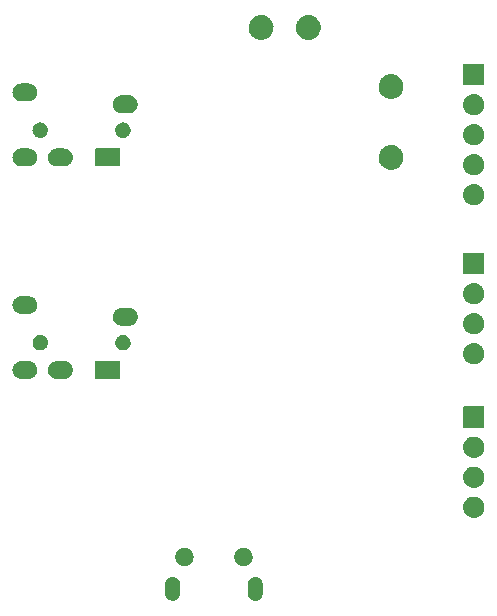
<source format=gbr>
G04 #@! TF.GenerationSoftware,KiCad,Pcbnew,6.0.0-unknown-ea0edab~86~ubuntu18.04.1*
G04 #@! TF.CreationDate,2019-07-07T14:50:01+02:00*
G04 #@! TF.ProjectId,interface,696e7465-7266-4616-9365-2e6b69636164,rev?*
G04 #@! TF.SameCoordinates,Original*
G04 #@! TF.FileFunction,Soldermask,Bot*
G04 #@! TF.FilePolarity,Negative*
%FSLAX46Y46*%
G04 Gerber Fmt 4.6, Leading zero omitted, Abs format (unit mm)*
G04 Created by KiCad (PCBNEW 6.0.0-unknown-ea0edab~86~ubuntu18.04.1) date 2019-07-07 14:50:01*
%MOMM*%
%LPD*%
G04 APERTURE LIST*
%ADD10C,0.100000*%
G04 APERTURE END LIST*
D10*
G36*
X106518491Y-116534050D02*
G01*
X106541201Y-116532621D01*
X106599044Y-116543655D01*
X106649598Y-116549683D01*
X106671466Y-116557470D01*
X106702768Y-116563441D01*
X106747974Y-116584713D01*
X106787188Y-116598677D01*
X106814553Y-116616043D01*
X106851595Y-116633474D01*
X106883137Y-116659568D01*
X106910505Y-116676936D01*
X106939839Y-116706476D01*
X106978330Y-116738318D01*
X106997060Y-116764097D01*
X107013417Y-116780569D01*
X107040395Y-116823743D01*
X107075010Y-116871386D01*
X107083387Y-116892545D01*
X107090814Y-116904430D01*
X107110685Y-116961490D01*
X107135559Y-117024316D01*
X107137265Y-117037817D01*
X107138846Y-117042358D01*
X107146828Y-117113517D01*
X107151000Y-117146544D01*
X107151000Y-117921248D01*
X107136606Y-118041963D01*
X107115809Y-118099102D01*
X107110095Y-118129054D01*
X107094742Y-118156981D01*
X107086803Y-118178793D01*
X107059225Y-118221586D01*
X107030856Y-118273189D01*
X107015280Y-118289776D01*
X107007687Y-118301558D01*
X106964517Y-118343833D01*
X106918261Y-118393091D01*
X106906769Y-118400384D01*
X106903335Y-118403747D01*
X106842346Y-118441268D01*
X106779385Y-118481224D01*
X106708506Y-118504254D01*
X106640679Y-118527344D01*
X106635894Y-118527847D01*
X106622955Y-118532051D01*
X106555535Y-118536293D01*
X106495429Y-118542610D01*
X106481509Y-118540950D01*
X106458799Y-118542379D01*
X106400956Y-118531345D01*
X106350402Y-118525317D01*
X106328534Y-118517530D01*
X106297232Y-118511559D01*
X106252026Y-118490287D01*
X106212812Y-118476323D01*
X106185448Y-118458957D01*
X106148405Y-118441526D01*
X106116861Y-118415430D01*
X106089496Y-118398064D01*
X106060163Y-118368526D01*
X106021671Y-118336682D01*
X106002941Y-118310903D01*
X105986584Y-118294431D01*
X105959605Y-118251255D01*
X105924991Y-118203614D01*
X105916614Y-118182457D01*
X105909187Y-118170571D01*
X105889318Y-118113515D01*
X105864441Y-118050684D01*
X105862735Y-118037180D01*
X105861154Y-118032640D01*
X105853173Y-117961489D01*
X105849000Y-117928456D01*
X105849000Y-117153753D01*
X105863394Y-117033038D01*
X105884191Y-116975899D01*
X105889905Y-116945947D01*
X105905258Y-116918020D01*
X105913197Y-116896208D01*
X105940775Y-116853415D01*
X105969144Y-116801812D01*
X105984720Y-116785225D01*
X105992313Y-116773443D01*
X106035481Y-116731169D01*
X106081739Y-116681909D01*
X106093231Y-116674616D01*
X106096665Y-116671253D01*
X106157654Y-116633732D01*
X106220615Y-116593776D01*
X106291494Y-116570746D01*
X106359321Y-116547656D01*
X106364106Y-116547153D01*
X106377045Y-116542949D01*
X106444465Y-116538707D01*
X106504571Y-116532390D01*
X106518491Y-116534050D01*
X106518491Y-116534050D01*
G37*
G36*
X99518492Y-116534050D02*
G01*
X99541202Y-116532621D01*
X99599045Y-116543655D01*
X99649599Y-116549683D01*
X99671467Y-116557470D01*
X99702769Y-116563441D01*
X99747975Y-116584713D01*
X99787189Y-116598677D01*
X99814553Y-116616043D01*
X99851596Y-116633474D01*
X99883140Y-116659570D01*
X99910505Y-116676936D01*
X99939838Y-116706474D01*
X99978330Y-116738318D01*
X99997060Y-116764097D01*
X100013417Y-116780569D01*
X100040395Y-116823743D01*
X100075010Y-116871386D01*
X100083387Y-116892545D01*
X100090814Y-116904430D01*
X100110685Y-116961490D01*
X100135559Y-117024316D01*
X100137265Y-117037817D01*
X100138846Y-117042358D01*
X100146828Y-117113517D01*
X100151000Y-117146544D01*
X100151000Y-117921248D01*
X100136606Y-118041963D01*
X100115809Y-118099102D01*
X100110095Y-118129054D01*
X100094742Y-118156981D01*
X100086803Y-118178793D01*
X100059227Y-118221583D01*
X100030856Y-118273189D01*
X100015278Y-118289777D01*
X100007685Y-118301560D01*
X99964509Y-118343841D01*
X99918260Y-118393091D01*
X99906771Y-118400382D01*
X99903337Y-118403745D01*
X99842349Y-118441265D01*
X99779384Y-118481224D01*
X99708505Y-118504254D01*
X99640678Y-118527344D01*
X99635893Y-118527847D01*
X99622954Y-118532051D01*
X99555534Y-118536293D01*
X99495428Y-118542610D01*
X99481508Y-118540950D01*
X99458798Y-118542379D01*
X99400955Y-118531345D01*
X99350401Y-118525317D01*
X99328533Y-118517530D01*
X99297231Y-118511559D01*
X99252025Y-118490287D01*
X99212811Y-118476323D01*
X99185447Y-118458957D01*
X99148404Y-118441526D01*
X99116861Y-118415431D01*
X99089495Y-118398064D01*
X99060158Y-118368522D01*
X99021670Y-118336681D01*
X99002943Y-118310906D01*
X98986583Y-118294431D01*
X98959602Y-118251252D01*
X98924990Y-118203613D01*
X98916613Y-118182454D01*
X98909186Y-118170569D01*
X98889315Y-118113509D01*
X98864441Y-118050683D01*
X98862735Y-118037182D01*
X98861154Y-118032641D01*
X98853172Y-117961482D01*
X98849000Y-117928455D01*
X98849000Y-117153752D01*
X98863395Y-117033035D01*
X98884191Y-116975898D01*
X98889905Y-116945946D01*
X98905257Y-116918022D01*
X98913196Y-116896209D01*
X98940776Y-116853413D01*
X98969145Y-116801811D01*
X98984721Y-116785225D01*
X98992314Y-116773442D01*
X99035484Y-116731167D01*
X99081740Y-116681909D01*
X99093232Y-116674616D01*
X99096666Y-116671253D01*
X99157655Y-116633732D01*
X99220616Y-116593776D01*
X99291495Y-116570746D01*
X99359322Y-116547656D01*
X99364107Y-116547153D01*
X99377046Y-116542949D01*
X99444466Y-116538707D01*
X99504572Y-116532390D01*
X99518492Y-116534050D01*
X99518492Y-116534050D01*
G37*
G36*
X100542921Y-114061737D02*
G01*
X100592463Y-114062083D01*
X100630019Y-114070892D01*
X100662227Y-114074277D01*
X100708365Y-114089268D01*
X100761957Y-114101838D01*
X100791701Y-114116345D01*
X100817366Y-114124684D01*
X100863992Y-114151604D01*
X100918433Y-114178156D01*
X100939957Y-114195462D01*
X100958634Y-114206245D01*
X101002552Y-114245790D01*
X101054111Y-114287244D01*
X101067868Y-114304601D01*
X101079858Y-114315397D01*
X101117627Y-114367382D01*
X101162249Y-114423681D01*
X101169449Y-114438709D01*
X101175736Y-114447362D01*
X101203861Y-114510531D01*
X101237473Y-114580685D01*
X101239950Y-114591590D01*
X101242085Y-114596384D01*
X101257266Y-114667804D01*
X101276043Y-114750453D01*
X101275968Y-114755793D01*
X101275999Y-114755937D01*
X101275999Y-114919063D01*
X101273526Y-114930696D01*
X101273310Y-114946182D01*
X101255445Y-115015764D01*
X101242085Y-115078616D01*
X101235523Y-115093354D01*
X101230015Y-115114807D01*
X101199768Y-115173661D01*
X101175736Y-115227638D01*
X101163064Y-115245080D01*
X101150437Y-115269649D01*
X101111496Y-115316057D01*
X101079858Y-115359603D01*
X101059807Y-115377657D01*
X101038531Y-115403013D01*
X100994688Y-115436291D01*
X100958634Y-115468755D01*
X100930578Y-115484953D01*
X100899859Y-115508270D01*
X100854748Y-115528733D01*
X100817366Y-115550316D01*
X100781432Y-115561992D01*
X100741314Y-115580190D01*
X100698157Y-115589049D01*
X100662227Y-115600723D01*
X100619307Y-115605234D01*
X100570776Y-115615196D01*
X100532213Y-115614388D01*
X100500000Y-115617774D01*
X100451751Y-115612703D01*
X100396720Y-115611550D01*
X100364607Y-115603543D01*
X100337773Y-115600723D01*
X100286574Y-115584088D01*
X100227797Y-115569433D01*
X100203144Y-115556980D01*
X100182634Y-115550316D01*
X100131451Y-115520766D01*
X100072402Y-115490938D01*
X100055339Y-115476822D01*
X100041366Y-115468755D01*
X99993621Y-115425765D01*
X99938260Y-115379966D01*
X99928089Y-115366759D01*
X99920142Y-115359603D01*
X99879503Y-115303669D01*
X99832037Y-115242032D01*
X99827346Y-115231881D01*
X99824264Y-115227638D01*
X99794587Y-115160982D01*
X99759013Y-115083993D01*
X99722817Y-114913703D01*
X99724001Y-114828920D01*
X99724001Y-114755937D01*
X99725092Y-114750805D01*
X99725248Y-114739626D01*
X99743535Y-114664037D01*
X99757915Y-114596384D01*
X99762266Y-114586611D01*
X99766185Y-114570413D01*
X99798129Y-114506061D01*
X99824264Y-114447362D01*
X99833747Y-114434310D01*
X99843593Y-114414475D01*
X99885406Y-114363207D01*
X99920142Y-114315397D01*
X99936167Y-114300968D01*
X99953626Y-114279561D01*
X100001359Y-114242268D01*
X100041366Y-114206245D01*
X100064736Y-114192752D01*
X100090814Y-114172378D01*
X100140618Y-114148942D01*
X100182634Y-114124684D01*
X100213438Y-114114675D01*
X100248339Y-114098252D01*
X100296728Y-114087613D01*
X100337773Y-114074277D01*
X100375347Y-114070328D01*
X100418373Y-114060868D01*
X100462424Y-114061175D01*
X100500000Y-114057226D01*
X100542921Y-114061737D01*
X100542921Y-114061737D01*
G37*
G36*
X105542921Y-114061737D02*
G01*
X105592463Y-114062083D01*
X105630019Y-114070892D01*
X105662227Y-114074277D01*
X105708365Y-114089268D01*
X105761957Y-114101838D01*
X105791701Y-114116345D01*
X105817366Y-114124684D01*
X105863992Y-114151604D01*
X105918433Y-114178156D01*
X105939957Y-114195462D01*
X105958634Y-114206245D01*
X106002552Y-114245790D01*
X106054111Y-114287244D01*
X106067868Y-114304601D01*
X106079858Y-114315397D01*
X106117627Y-114367382D01*
X106162249Y-114423681D01*
X106169449Y-114438709D01*
X106175736Y-114447362D01*
X106203861Y-114510531D01*
X106237473Y-114580685D01*
X106239950Y-114591590D01*
X106242085Y-114596384D01*
X106257266Y-114667804D01*
X106276043Y-114750453D01*
X106275968Y-114755793D01*
X106275999Y-114755937D01*
X106275999Y-114919063D01*
X106273526Y-114930696D01*
X106273310Y-114946182D01*
X106255445Y-115015764D01*
X106242085Y-115078616D01*
X106235523Y-115093354D01*
X106230015Y-115114807D01*
X106199768Y-115173661D01*
X106175736Y-115227638D01*
X106163064Y-115245080D01*
X106150437Y-115269649D01*
X106111496Y-115316057D01*
X106079858Y-115359603D01*
X106059807Y-115377657D01*
X106038531Y-115403013D01*
X105994688Y-115436291D01*
X105958634Y-115468755D01*
X105930578Y-115484953D01*
X105899859Y-115508270D01*
X105854748Y-115528733D01*
X105817366Y-115550316D01*
X105781432Y-115561992D01*
X105741314Y-115580190D01*
X105698157Y-115589049D01*
X105662227Y-115600723D01*
X105619307Y-115605234D01*
X105570776Y-115615196D01*
X105532213Y-115614388D01*
X105500000Y-115617774D01*
X105451751Y-115612703D01*
X105396720Y-115611550D01*
X105364607Y-115603543D01*
X105337773Y-115600723D01*
X105286574Y-115584088D01*
X105227797Y-115569433D01*
X105203144Y-115556980D01*
X105182634Y-115550316D01*
X105131451Y-115520766D01*
X105072402Y-115490938D01*
X105055339Y-115476822D01*
X105041366Y-115468755D01*
X104993621Y-115425765D01*
X104938260Y-115379966D01*
X104928089Y-115366759D01*
X104920142Y-115359603D01*
X104879503Y-115303669D01*
X104832037Y-115242032D01*
X104827346Y-115231881D01*
X104824264Y-115227638D01*
X104794587Y-115160982D01*
X104759013Y-115083993D01*
X104722817Y-114913703D01*
X104724001Y-114828920D01*
X104724001Y-114755937D01*
X104725092Y-114750805D01*
X104725248Y-114739626D01*
X104743535Y-114664037D01*
X104757915Y-114596384D01*
X104762266Y-114586611D01*
X104766185Y-114570413D01*
X104798129Y-114506061D01*
X104824264Y-114447362D01*
X104833747Y-114434310D01*
X104843593Y-114414475D01*
X104885406Y-114363207D01*
X104920142Y-114315397D01*
X104936167Y-114300968D01*
X104953626Y-114279561D01*
X105001359Y-114242268D01*
X105041366Y-114206245D01*
X105064736Y-114192752D01*
X105090814Y-114172378D01*
X105140618Y-114148942D01*
X105182634Y-114124684D01*
X105213438Y-114114675D01*
X105248339Y-114098252D01*
X105296728Y-114087613D01*
X105337773Y-114074277D01*
X105375347Y-114070328D01*
X105418373Y-114060868D01*
X105462424Y-114061175D01*
X105500000Y-114057226D01*
X105542921Y-114061737D01*
X105542921Y-114061737D01*
G37*
G36*
X125188360Y-109733835D02*
G01*
X125269397Y-109760166D01*
X125356663Y-109787848D01*
X125359655Y-109789493D01*
X125368488Y-109792363D01*
X125440466Y-109833919D01*
X125511499Y-109872970D01*
X125518986Y-109879253D01*
X125532511Y-109887061D01*
X125590259Y-109939057D01*
X125646857Y-109986549D01*
X125656962Y-109999118D01*
X125673261Y-110013793D01*
X125715454Y-110071867D01*
X125757579Y-110124260D01*
X125767994Y-110144182D01*
X125784586Y-110167019D01*
X125811297Y-110227012D01*
X125839439Y-110280843D01*
X125847582Y-110308510D01*
X125861621Y-110340042D01*
X125873992Y-110398241D01*
X125889328Y-110450349D01*
X125892518Y-110485401D01*
X125900999Y-110525301D01*
X125900999Y-110578592D01*
X125905343Y-110626324D01*
X125900999Y-110667653D01*
X125900999Y-110714699D01*
X125891217Y-110760721D01*
X125886873Y-110802047D01*
X125872702Y-110847827D01*
X125861621Y-110899958D01*
X125845028Y-110937226D01*
X125834622Y-110970843D01*
X125808789Y-111018620D01*
X125784586Y-111072981D01*
X125764298Y-111100905D01*
X125750580Y-111126276D01*
X125711859Y-111173082D01*
X125673261Y-111226207D01*
X125652284Y-111245095D01*
X125637952Y-111262419D01*
X125585845Y-111304917D01*
X125532511Y-111352939D01*
X125513524Y-111363901D01*
X125501025Y-111374095D01*
X125435780Y-111408786D01*
X125368488Y-111447637D01*
X125353636Y-111452463D01*
X125345003Y-111457053D01*
X125267430Y-111480473D01*
X125188360Y-111506165D01*
X125179114Y-111507137D01*
X125175851Y-111508122D01*
X125084710Y-111517059D01*
X125047211Y-111521000D01*
X124952789Y-111521000D01*
X124811640Y-111506165D01*
X124730603Y-111479834D01*
X124643337Y-111452152D01*
X124640345Y-111450507D01*
X124631512Y-111447637D01*
X124559534Y-111406081D01*
X124488501Y-111367030D01*
X124481014Y-111360747D01*
X124467489Y-111352939D01*
X124409741Y-111300943D01*
X124353143Y-111253451D01*
X124343038Y-111240882D01*
X124326739Y-111226207D01*
X124284546Y-111168133D01*
X124242421Y-111115740D01*
X124232006Y-111095818D01*
X124215414Y-111072981D01*
X124188703Y-111012988D01*
X124160561Y-110959157D01*
X124152418Y-110931490D01*
X124138379Y-110899958D01*
X124126008Y-110841759D01*
X124110672Y-110789651D01*
X124107482Y-110754599D01*
X124099001Y-110714699D01*
X124099001Y-110661408D01*
X124094657Y-110613676D01*
X124099001Y-110572347D01*
X124099001Y-110525301D01*
X124108783Y-110479279D01*
X124113127Y-110437953D01*
X124127298Y-110392173D01*
X124138379Y-110340042D01*
X124154972Y-110302774D01*
X124165378Y-110269157D01*
X124191211Y-110221380D01*
X124215414Y-110167019D01*
X124235702Y-110139095D01*
X124249420Y-110113724D01*
X124288141Y-110066918D01*
X124326739Y-110013793D01*
X124347716Y-109994905D01*
X124362048Y-109977581D01*
X124414155Y-109935083D01*
X124467489Y-109887061D01*
X124486476Y-109876099D01*
X124498975Y-109865905D01*
X124564220Y-109831214D01*
X124631512Y-109792363D01*
X124646364Y-109787537D01*
X124654997Y-109782947D01*
X124732570Y-109759527D01*
X124811640Y-109733835D01*
X124820886Y-109732863D01*
X124824149Y-109731878D01*
X124915290Y-109722941D01*
X124952789Y-109719000D01*
X125047211Y-109719000D01*
X125188360Y-109733835D01*
X125188360Y-109733835D01*
G37*
G36*
X125188360Y-107193835D02*
G01*
X125269397Y-107220166D01*
X125356663Y-107247848D01*
X125359655Y-107249493D01*
X125368488Y-107252363D01*
X125440466Y-107293919D01*
X125511499Y-107332970D01*
X125518986Y-107339253D01*
X125532511Y-107347061D01*
X125590259Y-107399057D01*
X125646857Y-107446549D01*
X125656962Y-107459118D01*
X125673261Y-107473793D01*
X125715454Y-107531867D01*
X125757579Y-107584260D01*
X125767994Y-107604182D01*
X125784586Y-107627019D01*
X125811297Y-107687012D01*
X125839439Y-107740843D01*
X125847582Y-107768510D01*
X125861621Y-107800042D01*
X125873992Y-107858241D01*
X125889328Y-107910349D01*
X125892518Y-107945401D01*
X125900999Y-107985301D01*
X125900999Y-108038592D01*
X125905343Y-108086324D01*
X125900999Y-108127653D01*
X125900999Y-108174699D01*
X125891217Y-108220721D01*
X125886873Y-108262047D01*
X125872702Y-108307827D01*
X125861621Y-108359958D01*
X125845028Y-108397226D01*
X125834622Y-108430843D01*
X125808789Y-108478620D01*
X125784586Y-108532981D01*
X125764298Y-108560905D01*
X125750580Y-108586276D01*
X125711859Y-108633082D01*
X125673261Y-108686207D01*
X125652284Y-108705095D01*
X125637952Y-108722419D01*
X125585845Y-108764917D01*
X125532511Y-108812939D01*
X125513524Y-108823901D01*
X125501025Y-108834095D01*
X125435780Y-108868786D01*
X125368488Y-108907637D01*
X125353636Y-108912463D01*
X125345003Y-108917053D01*
X125267430Y-108940473D01*
X125188360Y-108966165D01*
X125179114Y-108967137D01*
X125175851Y-108968122D01*
X125084710Y-108977059D01*
X125047211Y-108981000D01*
X124952789Y-108981000D01*
X124811640Y-108966165D01*
X124730603Y-108939834D01*
X124643337Y-108912152D01*
X124640345Y-108910507D01*
X124631512Y-108907637D01*
X124559534Y-108866081D01*
X124488501Y-108827030D01*
X124481014Y-108820747D01*
X124467489Y-108812939D01*
X124409741Y-108760943D01*
X124353143Y-108713451D01*
X124343038Y-108700882D01*
X124326739Y-108686207D01*
X124284546Y-108628133D01*
X124242421Y-108575740D01*
X124232006Y-108555818D01*
X124215414Y-108532981D01*
X124188703Y-108472988D01*
X124160561Y-108419157D01*
X124152418Y-108391490D01*
X124138379Y-108359958D01*
X124126008Y-108301759D01*
X124110672Y-108249651D01*
X124107482Y-108214599D01*
X124099001Y-108174699D01*
X124099001Y-108121408D01*
X124094657Y-108073676D01*
X124099001Y-108032347D01*
X124099001Y-107985301D01*
X124108783Y-107939279D01*
X124113127Y-107897953D01*
X124127298Y-107852173D01*
X124138379Y-107800042D01*
X124154972Y-107762774D01*
X124165378Y-107729157D01*
X124191211Y-107681380D01*
X124215414Y-107627019D01*
X124235702Y-107599095D01*
X124249420Y-107573724D01*
X124288141Y-107526918D01*
X124326739Y-107473793D01*
X124347716Y-107454905D01*
X124362048Y-107437581D01*
X124414155Y-107395083D01*
X124467489Y-107347061D01*
X124486476Y-107336099D01*
X124498975Y-107325905D01*
X124564220Y-107291214D01*
X124631512Y-107252363D01*
X124646364Y-107247537D01*
X124654997Y-107242947D01*
X124732570Y-107219527D01*
X124811640Y-107193835D01*
X124820886Y-107192863D01*
X124824149Y-107191878D01*
X124915290Y-107182941D01*
X124952789Y-107179000D01*
X125047211Y-107179000D01*
X125188360Y-107193835D01*
X125188360Y-107193835D01*
G37*
G36*
X125188360Y-104653835D02*
G01*
X125269397Y-104680166D01*
X125356663Y-104707848D01*
X125359655Y-104709493D01*
X125368488Y-104712363D01*
X125440466Y-104753919D01*
X125511499Y-104792970D01*
X125518986Y-104799253D01*
X125532511Y-104807061D01*
X125590259Y-104859057D01*
X125646857Y-104906549D01*
X125656962Y-104919118D01*
X125673261Y-104933793D01*
X125715454Y-104991867D01*
X125757579Y-105044260D01*
X125767994Y-105064182D01*
X125784586Y-105087019D01*
X125811297Y-105147012D01*
X125839439Y-105200843D01*
X125847582Y-105228510D01*
X125861621Y-105260042D01*
X125873992Y-105318241D01*
X125889328Y-105370349D01*
X125892518Y-105405401D01*
X125900999Y-105445301D01*
X125900999Y-105498592D01*
X125905343Y-105546324D01*
X125900999Y-105587653D01*
X125900999Y-105634699D01*
X125891217Y-105680721D01*
X125886873Y-105722047D01*
X125872702Y-105767827D01*
X125861621Y-105819958D01*
X125845028Y-105857226D01*
X125834622Y-105890843D01*
X125808789Y-105938620D01*
X125784586Y-105992981D01*
X125764298Y-106020905D01*
X125750580Y-106046276D01*
X125711859Y-106093082D01*
X125673261Y-106146207D01*
X125652284Y-106165095D01*
X125637952Y-106182419D01*
X125585845Y-106224917D01*
X125532511Y-106272939D01*
X125513524Y-106283901D01*
X125501025Y-106294095D01*
X125435780Y-106328786D01*
X125368488Y-106367637D01*
X125353636Y-106372463D01*
X125345003Y-106377053D01*
X125267430Y-106400473D01*
X125188360Y-106426165D01*
X125179114Y-106427137D01*
X125175851Y-106428122D01*
X125084710Y-106437059D01*
X125047211Y-106441000D01*
X124952789Y-106441000D01*
X124811640Y-106426165D01*
X124730603Y-106399834D01*
X124643337Y-106372152D01*
X124640345Y-106370507D01*
X124631512Y-106367637D01*
X124559534Y-106326081D01*
X124488501Y-106287030D01*
X124481014Y-106280747D01*
X124467489Y-106272939D01*
X124409741Y-106220943D01*
X124353143Y-106173451D01*
X124343038Y-106160882D01*
X124326739Y-106146207D01*
X124284546Y-106088133D01*
X124242421Y-106035740D01*
X124232006Y-106015818D01*
X124215414Y-105992981D01*
X124188703Y-105932988D01*
X124160561Y-105879157D01*
X124152418Y-105851490D01*
X124138379Y-105819958D01*
X124126008Y-105761759D01*
X124110672Y-105709651D01*
X124107482Y-105674599D01*
X124099001Y-105634699D01*
X124099001Y-105581408D01*
X124094657Y-105533676D01*
X124099001Y-105492347D01*
X124099001Y-105445301D01*
X124108783Y-105399279D01*
X124113127Y-105357953D01*
X124127298Y-105312173D01*
X124138379Y-105260042D01*
X124154972Y-105222774D01*
X124165378Y-105189157D01*
X124191211Y-105141380D01*
X124215414Y-105087019D01*
X124235702Y-105059095D01*
X124249420Y-105033724D01*
X124288141Y-104986918D01*
X124326739Y-104933793D01*
X124347716Y-104914905D01*
X124362048Y-104897581D01*
X124414155Y-104855083D01*
X124467489Y-104807061D01*
X124486476Y-104796099D01*
X124498975Y-104785905D01*
X124564220Y-104751214D01*
X124631512Y-104712363D01*
X124646364Y-104707537D01*
X124654997Y-104702947D01*
X124732570Y-104679527D01*
X124811640Y-104653835D01*
X124820886Y-104652863D01*
X124824149Y-104651878D01*
X124915290Y-104642941D01*
X124952789Y-104639000D01*
X125047211Y-104639000D01*
X125188360Y-104653835D01*
X125188360Y-104653835D01*
G37*
G36*
X125869899Y-102101959D02*
G01*
X125886769Y-102113231D01*
X125898041Y-102130101D01*
X125904448Y-102162312D01*
X125904448Y-103837688D01*
X125901999Y-103850000D01*
X125898041Y-103869899D01*
X125886769Y-103886769D01*
X125869899Y-103898041D01*
X125850000Y-103901999D01*
X125837688Y-103904448D01*
X124162312Y-103904448D01*
X124130101Y-103898041D01*
X124113231Y-103886769D01*
X124101959Y-103869899D01*
X124095552Y-103837688D01*
X124095552Y-102162312D01*
X124101959Y-102130101D01*
X124113231Y-102113231D01*
X124130101Y-102101959D01*
X124162312Y-102095552D01*
X125837688Y-102095552D01*
X125869899Y-102101959D01*
X125869899Y-102101959D01*
G37*
G36*
X95019899Y-98251959D02*
G01*
X95036769Y-98263231D01*
X95048041Y-98280101D01*
X95054448Y-98312312D01*
X95054448Y-99687688D01*
X95051999Y-99700000D01*
X95048041Y-99719899D01*
X95036769Y-99736769D01*
X95019899Y-99748041D01*
X95000000Y-99751999D01*
X94987688Y-99754448D01*
X93012312Y-99754448D01*
X92980101Y-99748041D01*
X92963231Y-99736769D01*
X92951959Y-99719899D01*
X92945552Y-99687688D01*
X92945552Y-98312312D01*
X92951959Y-98280101D01*
X92963231Y-98263231D01*
X92980101Y-98251959D01*
X93012312Y-98245552D01*
X94987688Y-98245552D01*
X95019899Y-98251959D01*
X95019899Y-98251959D01*
G37*
G36*
X87414655Y-98264518D02*
G01*
X87546661Y-98286371D01*
X87553290Y-98289462D01*
X87563560Y-98291310D01*
X87629934Y-98325202D01*
X87691336Y-98353835D01*
X87702051Y-98362028D01*
X87719525Y-98370950D01*
X87771716Y-98415290D01*
X87820957Y-98452937D01*
X87833499Y-98467778D01*
X87852985Y-98484333D01*
X87890045Y-98534692D01*
X87926280Y-98577570D01*
X87938104Y-98599997D01*
X87956783Y-98625378D01*
X87978935Y-98677437D01*
X88002382Y-98721909D01*
X88010687Y-98752060D01*
X88025349Y-98786518D01*
X88033925Y-98836425D01*
X88045712Y-98879219D01*
X88047657Y-98916345D01*
X88055006Y-98959110D01*
X88052237Y-99003738D01*
X88054251Y-99042168D01*
X88047217Y-99084658D01*
X88044162Y-99133896D01*
X88032921Y-99171011D01*
X88027600Y-99203152D01*
X88009419Y-99248609D01*
X87993400Y-99301499D01*
X87976909Y-99329890D01*
X87967005Y-99354653D01*
X87936184Y-99400005D01*
X87905443Y-99452929D01*
X87886946Y-99472455D01*
X87875288Y-99489609D01*
X87831206Y-99531295D01*
X87785008Y-99580063D01*
X87767491Y-99591548D01*
X87756734Y-99601720D01*
X87699765Y-99635951D01*
X87638556Y-99676081D01*
X87624465Y-99681196D01*
X87616864Y-99685763D01*
X87548490Y-99708773D01*
X87473943Y-99735832D01*
X87464979Y-99736877D01*
X87462219Y-99737806D01*
X87385845Y-99746103D01*
X87343846Y-99751000D01*
X86671589Y-99751000D01*
X86585345Y-99735482D01*
X86453339Y-99713629D01*
X86446710Y-99710538D01*
X86436440Y-99708690D01*
X86370066Y-99674798D01*
X86308664Y-99646165D01*
X86297949Y-99637972D01*
X86280475Y-99629050D01*
X86228284Y-99584710D01*
X86179043Y-99547063D01*
X86166501Y-99532222D01*
X86147015Y-99515667D01*
X86109955Y-99465308D01*
X86073720Y-99422430D01*
X86061896Y-99400003D01*
X86043217Y-99374622D01*
X86021065Y-99322563D01*
X85997618Y-99278091D01*
X85989313Y-99247940D01*
X85974651Y-99213482D01*
X85966075Y-99163575D01*
X85954288Y-99120781D01*
X85952343Y-99083655D01*
X85944994Y-99040890D01*
X85947763Y-98996262D01*
X85945749Y-98957832D01*
X85952783Y-98915342D01*
X85955838Y-98866104D01*
X85967079Y-98828989D01*
X85972400Y-98796848D01*
X85990581Y-98751391D01*
X86006600Y-98698501D01*
X86023091Y-98670110D01*
X86032995Y-98645347D01*
X86063816Y-98599995D01*
X86094557Y-98547071D01*
X86113054Y-98527545D01*
X86124712Y-98510391D01*
X86168794Y-98468705D01*
X86214992Y-98419937D01*
X86232509Y-98408452D01*
X86243266Y-98398280D01*
X86300235Y-98364049D01*
X86361444Y-98323919D01*
X86375535Y-98318804D01*
X86383136Y-98314237D01*
X86451510Y-98291227D01*
X86526057Y-98264168D01*
X86535021Y-98263123D01*
X86537781Y-98262194D01*
X86614155Y-98253897D01*
X86656154Y-98249000D01*
X87328411Y-98249000D01*
X87414655Y-98264518D01*
X87414655Y-98264518D01*
G37*
G36*
X90414655Y-98264518D02*
G01*
X90546661Y-98286371D01*
X90553290Y-98289462D01*
X90563560Y-98291310D01*
X90629934Y-98325202D01*
X90691336Y-98353835D01*
X90702051Y-98362028D01*
X90719525Y-98370950D01*
X90771716Y-98415290D01*
X90820957Y-98452937D01*
X90833499Y-98467778D01*
X90852985Y-98484333D01*
X90890045Y-98534692D01*
X90926280Y-98577570D01*
X90938104Y-98599997D01*
X90956783Y-98625378D01*
X90978935Y-98677437D01*
X91002382Y-98721909D01*
X91010687Y-98752060D01*
X91025349Y-98786518D01*
X91033925Y-98836425D01*
X91045712Y-98879219D01*
X91047657Y-98916345D01*
X91055006Y-98959110D01*
X91052237Y-99003738D01*
X91054251Y-99042168D01*
X91047217Y-99084658D01*
X91044162Y-99133896D01*
X91032921Y-99171011D01*
X91027600Y-99203152D01*
X91009419Y-99248609D01*
X90993400Y-99301499D01*
X90976909Y-99329890D01*
X90967005Y-99354653D01*
X90936184Y-99400005D01*
X90905443Y-99452929D01*
X90886946Y-99472455D01*
X90875288Y-99489609D01*
X90831206Y-99531295D01*
X90785008Y-99580063D01*
X90767491Y-99591548D01*
X90756734Y-99601720D01*
X90699765Y-99635951D01*
X90638556Y-99676081D01*
X90624465Y-99681196D01*
X90616864Y-99685763D01*
X90548490Y-99708773D01*
X90473943Y-99735832D01*
X90464979Y-99736877D01*
X90462219Y-99737806D01*
X90385845Y-99746103D01*
X90343846Y-99751000D01*
X89671589Y-99751000D01*
X89585345Y-99735482D01*
X89453339Y-99713629D01*
X89446710Y-99710538D01*
X89436440Y-99708690D01*
X89370066Y-99674798D01*
X89308664Y-99646165D01*
X89297949Y-99637972D01*
X89280475Y-99629050D01*
X89228284Y-99584710D01*
X89179043Y-99547063D01*
X89166501Y-99532222D01*
X89147015Y-99515667D01*
X89109955Y-99465308D01*
X89073720Y-99422430D01*
X89061896Y-99400003D01*
X89043217Y-99374622D01*
X89021065Y-99322563D01*
X88997618Y-99278091D01*
X88989313Y-99247940D01*
X88974651Y-99213482D01*
X88966075Y-99163575D01*
X88954288Y-99120781D01*
X88952343Y-99083655D01*
X88944994Y-99040890D01*
X88947763Y-98996262D01*
X88945749Y-98957832D01*
X88952783Y-98915342D01*
X88955838Y-98866104D01*
X88967079Y-98828989D01*
X88972400Y-98796848D01*
X88990581Y-98751391D01*
X89006600Y-98698501D01*
X89023091Y-98670110D01*
X89032995Y-98645347D01*
X89063816Y-98599995D01*
X89094557Y-98547071D01*
X89113054Y-98527545D01*
X89124712Y-98510391D01*
X89168794Y-98468705D01*
X89214992Y-98419937D01*
X89232509Y-98408452D01*
X89243266Y-98398280D01*
X89300235Y-98364049D01*
X89361444Y-98323919D01*
X89375535Y-98318804D01*
X89383136Y-98314237D01*
X89451510Y-98291227D01*
X89526057Y-98264168D01*
X89535021Y-98263123D01*
X89537781Y-98262194D01*
X89614155Y-98253897D01*
X89656154Y-98249000D01*
X90328411Y-98249000D01*
X90414655Y-98264518D01*
X90414655Y-98264518D01*
G37*
G36*
X125188360Y-96733835D02*
G01*
X125269397Y-96760166D01*
X125356663Y-96787848D01*
X125359655Y-96789493D01*
X125368488Y-96792363D01*
X125440466Y-96833919D01*
X125511499Y-96872970D01*
X125518986Y-96879253D01*
X125532511Y-96887061D01*
X125590259Y-96939057D01*
X125646857Y-96986549D01*
X125656962Y-96999118D01*
X125673261Y-97013793D01*
X125715454Y-97071867D01*
X125757579Y-97124260D01*
X125767994Y-97144182D01*
X125784586Y-97167019D01*
X125811297Y-97227012D01*
X125839439Y-97280843D01*
X125847582Y-97308510D01*
X125861621Y-97340042D01*
X125873992Y-97398241D01*
X125889328Y-97450349D01*
X125892518Y-97485401D01*
X125900999Y-97525301D01*
X125900999Y-97578592D01*
X125905343Y-97626324D01*
X125900999Y-97667653D01*
X125900999Y-97714699D01*
X125891217Y-97760721D01*
X125886873Y-97802047D01*
X125872702Y-97847827D01*
X125861621Y-97899958D01*
X125845028Y-97937226D01*
X125834622Y-97970843D01*
X125808789Y-98018620D01*
X125784586Y-98072981D01*
X125764298Y-98100905D01*
X125750580Y-98126276D01*
X125711859Y-98173082D01*
X125673261Y-98226207D01*
X125652284Y-98245095D01*
X125637952Y-98262419D01*
X125585845Y-98304917D01*
X125532511Y-98352939D01*
X125513524Y-98363901D01*
X125501025Y-98374095D01*
X125435780Y-98408786D01*
X125368488Y-98447637D01*
X125353636Y-98452463D01*
X125345003Y-98457053D01*
X125267430Y-98480473D01*
X125188360Y-98506165D01*
X125179114Y-98507137D01*
X125175851Y-98508122D01*
X125084710Y-98517059D01*
X125047211Y-98521000D01*
X124952789Y-98521000D01*
X124811640Y-98506165D01*
X124730603Y-98479834D01*
X124643337Y-98452152D01*
X124640345Y-98450507D01*
X124631512Y-98447637D01*
X124559534Y-98406081D01*
X124488501Y-98367030D01*
X124481014Y-98360747D01*
X124467489Y-98352939D01*
X124409741Y-98300943D01*
X124353143Y-98253451D01*
X124343038Y-98240882D01*
X124326739Y-98226207D01*
X124284546Y-98168133D01*
X124242421Y-98115740D01*
X124232006Y-98095818D01*
X124215414Y-98072981D01*
X124188703Y-98012988D01*
X124160561Y-97959157D01*
X124152418Y-97931490D01*
X124138379Y-97899958D01*
X124126008Y-97841759D01*
X124110672Y-97789651D01*
X124107482Y-97754599D01*
X124099001Y-97714699D01*
X124099001Y-97661408D01*
X124094657Y-97613676D01*
X124099001Y-97572347D01*
X124099001Y-97525301D01*
X124108783Y-97479279D01*
X124113127Y-97437953D01*
X124127298Y-97392173D01*
X124138379Y-97340042D01*
X124154972Y-97302774D01*
X124165378Y-97269157D01*
X124191211Y-97221380D01*
X124215414Y-97167019D01*
X124235702Y-97139095D01*
X124249420Y-97113724D01*
X124288141Y-97066918D01*
X124326739Y-97013793D01*
X124347716Y-96994905D01*
X124362048Y-96977581D01*
X124414155Y-96935083D01*
X124467489Y-96887061D01*
X124486476Y-96876099D01*
X124498975Y-96865905D01*
X124564220Y-96831214D01*
X124631512Y-96792363D01*
X124646364Y-96787537D01*
X124654997Y-96782947D01*
X124732570Y-96759527D01*
X124811640Y-96733835D01*
X124820886Y-96732863D01*
X124824149Y-96731878D01*
X124915290Y-96722941D01*
X124952789Y-96719000D01*
X125047211Y-96719000D01*
X125188360Y-96733835D01*
X125188360Y-96733835D01*
G37*
G36*
X95321945Y-96049094D02*
G01*
X95377571Y-96049482D01*
X95395701Y-96053734D01*
X95422955Y-96055449D01*
X95474718Y-96072268D01*
X95519763Y-96082833D01*
X95544764Y-96095027D01*
X95579385Y-96106276D01*
X95617764Y-96130632D01*
X95651034Y-96146859D01*
X95679882Y-96170053D01*
X95718261Y-96194409D01*
X95743181Y-96220946D01*
X95764857Y-96238374D01*
X95793591Y-96274627D01*
X95830856Y-96314311D01*
X95844016Y-96338249D01*
X95855579Y-96352838D01*
X95879610Y-96402994D01*
X95910095Y-96458446D01*
X95914617Y-96476059D01*
X95918685Y-96484549D01*
X95933192Y-96548404D01*
X95951000Y-96617760D01*
X95951000Y-96782240D01*
X95948533Y-96791850D01*
X95948530Y-96792034D01*
X95912429Y-96932640D01*
X95912339Y-96932816D01*
X95910095Y-96941554D01*
X95875611Y-97004280D01*
X95845670Y-97062539D01*
X95839617Y-97069752D01*
X95830856Y-97085689D01*
X95787535Y-97131822D01*
X95751787Y-97174424D01*
X95736960Y-97185678D01*
X95718261Y-97205591D01*
X95672297Y-97234761D01*
X95635454Y-97262726D01*
X95610125Y-97274216D01*
X95579385Y-97293724D01*
X95536157Y-97307770D01*
X95502443Y-97323063D01*
X95466179Y-97330507D01*
X95422955Y-97344551D01*
X95386621Y-97346837D01*
X95359378Y-97352429D01*
X95313132Y-97351461D01*
X95258798Y-97354879D01*
X95231967Y-97349761D01*
X95213354Y-97349371D01*
X95159393Y-97335917D01*
X95097231Y-97324059D01*
X95080773Y-97316314D01*
X95071639Y-97314037D01*
X95013184Y-97284509D01*
X94948404Y-97254026D01*
X94941452Y-97248275D01*
X94941276Y-97248186D01*
X94828743Y-97155091D01*
X94828621Y-97154932D01*
X94821670Y-97149182D01*
X94779599Y-97091276D01*
X94739627Y-97039372D01*
X94735677Y-97030823D01*
X94724990Y-97016114D01*
X94701699Y-96957288D01*
X94678368Y-96906794D01*
X94674497Y-96888583D01*
X94664441Y-96863184D01*
X94657617Y-96809168D01*
X94648001Y-96763927D01*
X94648389Y-96736122D01*
X94643826Y-96700000D01*
X94649523Y-96654902D01*
X94650040Y-96617890D01*
X94658744Y-96581912D01*
X94664441Y-96536816D01*
X94677843Y-96502966D01*
X94684383Y-96475933D01*
X94704951Y-96434499D01*
X94724990Y-96383886D01*
X94741044Y-96361789D01*
X94749323Y-96345112D01*
X94784479Y-96302007D01*
X94821670Y-96250818D01*
X94835682Y-96239226D01*
X94841631Y-96231932D01*
X94893222Y-96191624D01*
X94948404Y-96145974D01*
X94956572Y-96142131D01*
X94956726Y-96142010D01*
X95088874Y-96079826D01*
X95089064Y-96079784D01*
X95097231Y-96075941D01*
X95167577Y-96062522D01*
X95231521Y-96048463D01*
X95240934Y-96048529D01*
X95258798Y-96045121D01*
X95321945Y-96049094D01*
X95321945Y-96049094D01*
G37*
G36*
X88321945Y-96049094D02*
G01*
X88377571Y-96049482D01*
X88395701Y-96053734D01*
X88422955Y-96055449D01*
X88474718Y-96072268D01*
X88519763Y-96082833D01*
X88544764Y-96095027D01*
X88579385Y-96106276D01*
X88617764Y-96130632D01*
X88651034Y-96146859D01*
X88679882Y-96170053D01*
X88718261Y-96194409D01*
X88743181Y-96220946D01*
X88764857Y-96238374D01*
X88793591Y-96274627D01*
X88830856Y-96314311D01*
X88844016Y-96338249D01*
X88855579Y-96352838D01*
X88879610Y-96402994D01*
X88910095Y-96458446D01*
X88914617Y-96476059D01*
X88918685Y-96484549D01*
X88933192Y-96548404D01*
X88951000Y-96617760D01*
X88951000Y-96782240D01*
X88948533Y-96791850D01*
X88948530Y-96792034D01*
X88912429Y-96932640D01*
X88912339Y-96932816D01*
X88910095Y-96941554D01*
X88875611Y-97004280D01*
X88845670Y-97062539D01*
X88839617Y-97069752D01*
X88830856Y-97085689D01*
X88787535Y-97131822D01*
X88751787Y-97174424D01*
X88736960Y-97185678D01*
X88718261Y-97205591D01*
X88672297Y-97234761D01*
X88635454Y-97262726D01*
X88610125Y-97274216D01*
X88579385Y-97293724D01*
X88536157Y-97307770D01*
X88502443Y-97323063D01*
X88466179Y-97330507D01*
X88422955Y-97344551D01*
X88386621Y-97346837D01*
X88359378Y-97352429D01*
X88313132Y-97351461D01*
X88258798Y-97354879D01*
X88231967Y-97349761D01*
X88213354Y-97349371D01*
X88159393Y-97335917D01*
X88097231Y-97324059D01*
X88080773Y-97316314D01*
X88071639Y-97314037D01*
X88013184Y-97284509D01*
X87948404Y-97254026D01*
X87941452Y-97248275D01*
X87941276Y-97248186D01*
X87828743Y-97155091D01*
X87828621Y-97154932D01*
X87821670Y-97149182D01*
X87779599Y-97091276D01*
X87739627Y-97039372D01*
X87735677Y-97030823D01*
X87724990Y-97016114D01*
X87701699Y-96957288D01*
X87678368Y-96906794D01*
X87674497Y-96888583D01*
X87664441Y-96863184D01*
X87657617Y-96809168D01*
X87648001Y-96763927D01*
X87648389Y-96736122D01*
X87643826Y-96700000D01*
X87649523Y-96654902D01*
X87650040Y-96617890D01*
X87658744Y-96581912D01*
X87664441Y-96536816D01*
X87677843Y-96502966D01*
X87684383Y-96475933D01*
X87704951Y-96434499D01*
X87724990Y-96383886D01*
X87741044Y-96361789D01*
X87749323Y-96345112D01*
X87784479Y-96302007D01*
X87821670Y-96250818D01*
X87835682Y-96239226D01*
X87841631Y-96231932D01*
X87893222Y-96191624D01*
X87948404Y-96145974D01*
X87956572Y-96142131D01*
X87956726Y-96142010D01*
X88088874Y-96079826D01*
X88089064Y-96079784D01*
X88097231Y-96075941D01*
X88167577Y-96062522D01*
X88231521Y-96048463D01*
X88240934Y-96048529D01*
X88258798Y-96045121D01*
X88321945Y-96049094D01*
X88321945Y-96049094D01*
G37*
G36*
X125188360Y-94193835D02*
G01*
X125269397Y-94220166D01*
X125356663Y-94247848D01*
X125359655Y-94249493D01*
X125368488Y-94252363D01*
X125440466Y-94293919D01*
X125511499Y-94332970D01*
X125518986Y-94339253D01*
X125532511Y-94347061D01*
X125590259Y-94399057D01*
X125646857Y-94446549D01*
X125656962Y-94459118D01*
X125673261Y-94473793D01*
X125715454Y-94531867D01*
X125757579Y-94584260D01*
X125767994Y-94604182D01*
X125784586Y-94627019D01*
X125811297Y-94687012D01*
X125839439Y-94740843D01*
X125847582Y-94768510D01*
X125861621Y-94800042D01*
X125873992Y-94858241D01*
X125889328Y-94910349D01*
X125892518Y-94945401D01*
X125900999Y-94985301D01*
X125900999Y-95038592D01*
X125905343Y-95086324D01*
X125900999Y-95127653D01*
X125900999Y-95174699D01*
X125891217Y-95220721D01*
X125886873Y-95262047D01*
X125872702Y-95307827D01*
X125861621Y-95359958D01*
X125845028Y-95397226D01*
X125834622Y-95430843D01*
X125808789Y-95478620D01*
X125784586Y-95532981D01*
X125764298Y-95560905D01*
X125750580Y-95586276D01*
X125711859Y-95633082D01*
X125673261Y-95686207D01*
X125652284Y-95705095D01*
X125637952Y-95722419D01*
X125585845Y-95764917D01*
X125532511Y-95812939D01*
X125513524Y-95823901D01*
X125501025Y-95834095D01*
X125435780Y-95868786D01*
X125368488Y-95907637D01*
X125353636Y-95912463D01*
X125345003Y-95917053D01*
X125267430Y-95940473D01*
X125188360Y-95966165D01*
X125179114Y-95967137D01*
X125175851Y-95968122D01*
X125084710Y-95977059D01*
X125047211Y-95981000D01*
X124952789Y-95981000D01*
X124811640Y-95966165D01*
X124730603Y-95939834D01*
X124643337Y-95912152D01*
X124640345Y-95910507D01*
X124631512Y-95907637D01*
X124559534Y-95866081D01*
X124488501Y-95827030D01*
X124481014Y-95820747D01*
X124467489Y-95812939D01*
X124409741Y-95760943D01*
X124353143Y-95713451D01*
X124343038Y-95700882D01*
X124326739Y-95686207D01*
X124284546Y-95628133D01*
X124242421Y-95575740D01*
X124232006Y-95555818D01*
X124215414Y-95532981D01*
X124188703Y-95472988D01*
X124160561Y-95419157D01*
X124152418Y-95391490D01*
X124138379Y-95359958D01*
X124126008Y-95301759D01*
X124110672Y-95249651D01*
X124107482Y-95214599D01*
X124099001Y-95174699D01*
X124099001Y-95121408D01*
X124094657Y-95073676D01*
X124099001Y-95032347D01*
X124099001Y-94985301D01*
X124108783Y-94939279D01*
X124113127Y-94897953D01*
X124127298Y-94852173D01*
X124138379Y-94800042D01*
X124154972Y-94762774D01*
X124165378Y-94729157D01*
X124191211Y-94681380D01*
X124215414Y-94627019D01*
X124235702Y-94599095D01*
X124249420Y-94573724D01*
X124288141Y-94526918D01*
X124326739Y-94473793D01*
X124347716Y-94454905D01*
X124362048Y-94437581D01*
X124414155Y-94395083D01*
X124467489Y-94347061D01*
X124486476Y-94336099D01*
X124498975Y-94325905D01*
X124564220Y-94291214D01*
X124631512Y-94252363D01*
X124646364Y-94247537D01*
X124654997Y-94242947D01*
X124732570Y-94219527D01*
X124811640Y-94193835D01*
X124820886Y-94192863D01*
X124824149Y-94191878D01*
X124915290Y-94182941D01*
X124952789Y-94179000D01*
X125047211Y-94179000D01*
X125188360Y-94193835D01*
X125188360Y-94193835D01*
G37*
G36*
X95914655Y-93764518D02*
G01*
X96046661Y-93786371D01*
X96053290Y-93789462D01*
X96063560Y-93791310D01*
X96129934Y-93825202D01*
X96191336Y-93853835D01*
X96202051Y-93862028D01*
X96219525Y-93870950D01*
X96271716Y-93915290D01*
X96320957Y-93952937D01*
X96333499Y-93967778D01*
X96352985Y-93984333D01*
X96390045Y-94034692D01*
X96426280Y-94077570D01*
X96438104Y-94099997D01*
X96456783Y-94125378D01*
X96478935Y-94177437D01*
X96502382Y-94221909D01*
X96510687Y-94252060D01*
X96525349Y-94286518D01*
X96533925Y-94336425D01*
X96545712Y-94379219D01*
X96547657Y-94416345D01*
X96555006Y-94459110D01*
X96552237Y-94503738D01*
X96554251Y-94542168D01*
X96547217Y-94584658D01*
X96544162Y-94633896D01*
X96532921Y-94671011D01*
X96527600Y-94703152D01*
X96509419Y-94748609D01*
X96493400Y-94801499D01*
X96476909Y-94829890D01*
X96467005Y-94854653D01*
X96436184Y-94900005D01*
X96405443Y-94952929D01*
X96386946Y-94972455D01*
X96375288Y-94989609D01*
X96331206Y-95031295D01*
X96285008Y-95080063D01*
X96267491Y-95091548D01*
X96256734Y-95101720D01*
X96199765Y-95135951D01*
X96138556Y-95176081D01*
X96124465Y-95181196D01*
X96116864Y-95185763D01*
X96048490Y-95208773D01*
X95973943Y-95235832D01*
X95964979Y-95236877D01*
X95962219Y-95237806D01*
X95885845Y-95246103D01*
X95843846Y-95251000D01*
X95171589Y-95251000D01*
X95085345Y-95235482D01*
X94953339Y-95213629D01*
X94946710Y-95210538D01*
X94936440Y-95208690D01*
X94870066Y-95174798D01*
X94808664Y-95146165D01*
X94797949Y-95137972D01*
X94780475Y-95129050D01*
X94728284Y-95084710D01*
X94679043Y-95047063D01*
X94666501Y-95032222D01*
X94647015Y-95015667D01*
X94609955Y-94965308D01*
X94573720Y-94922430D01*
X94561896Y-94900003D01*
X94543217Y-94874622D01*
X94521065Y-94822563D01*
X94497618Y-94778091D01*
X94489313Y-94747940D01*
X94474651Y-94713482D01*
X94466075Y-94663575D01*
X94454288Y-94620781D01*
X94452343Y-94583655D01*
X94444994Y-94540890D01*
X94447763Y-94496262D01*
X94445749Y-94457832D01*
X94452783Y-94415342D01*
X94455838Y-94366104D01*
X94467079Y-94328989D01*
X94472400Y-94296848D01*
X94490581Y-94251391D01*
X94506600Y-94198501D01*
X94523091Y-94170110D01*
X94532995Y-94145347D01*
X94563816Y-94099995D01*
X94594557Y-94047071D01*
X94613054Y-94027545D01*
X94624712Y-94010391D01*
X94668794Y-93968705D01*
X94714992Y-93919937D01*
X94732509Y-93908452D01*
X94743266Y-93898280D01*
X94800235Y-93864049D01*
X94861444Y-93823919D01*
X94875535Y-93818804D01*
X94883136Y-93814237D01*
X94951510Y-93791227D01*
X95026057Y-93764168D01*
X95035021Y-93763123D01*
X95037781Y-93762194D01*
X95114155Y-93753897D01*
X95156154Y-93749000D01*
X95828411Y-93749000D01*
X95914655Y-93764518D01*
X95914655Y-93764518D01*
G37*
G36*
X87414655Y-92764518D02*
G01*
X87546661Y-92786371D01*
X87553290Y-92789462D01*
X87563560Y-92791310D01*
X87629934Y-92825202D01*
X87691336Y-92853835D01*
X87702051Y-92862028D01*
X87719525Y-92870950D01*
X87771716Y-92915290D01*
X87820957Y-92952937D01*
X87833499Y-92967778D01*
X87852985Y-92984333D01*
X87890045Y-93034692D01*
X87926280Y-93077570D01*
X87938104Y-93099997D01*
X87956783Y-93125378D01*
X87978935Y-93177437D01*
X88002382Y-93221909D01*
X88010687Y-93252060D01*
X88025349Y-93286518D01*
X88033925Y-93336425D01*
X88045712Y-93379219D01*
X88047657Y-93416345D01*
X88055006Y-93459110D01*
X88052237Y-93503738D01*
X88054251Y-93542168D01*
X88047217Y-93584658D01*
X88044162Y-93633896D01*
X88032921Y-93671011D01*
X88027600Y-93703152D01*
X88009419Y-93748609D01*
X87993400Y-93801499D01*
X87976909Y-93829890D01*
X87967005Y-93854653D01*
X87936184Y-93900005D01*
X87905443Y-93952929D01*
X87886946Y-93972455D01*
X87875288Y-93989609D01*
X87831206Y-94031295D01*
X87785008Y-94080063D01*
X87767491Y-94091548D01*
X87756734Y-94101720D01*
X87699765Y-94135951D01*
X87638556Y-94176081D01*
X87624465Y-94181196D01*
X87616864Y-94185763D01*
X87548490Y-94208773D01*
X87473943Y-94235832D01*
X87464979Y-94236877D01*
X87462219Y-94237806D01*
X87385845Y-94246103D01*
X87343846Y-94251000D01*
X86671589Y-94251000D01*
X86585345Y-94235482D01*
X86453339Y-94213629D01*
X86446710Y-94210538D01*
X86436440Y-94208690D01*
X86370066Y-94174798D01*
X86308664Y-94146165D01*
X86297949Y-94137972D01*
X86280475Y-94129050D01*
X86228284Y-94084710D01*
X86179043Y-94047063D01*
X86166501Y-94032222D01*
X86147015Y-94015667D01*
X86109955Y-93965308D01*
X86073720Y-93922430D01*
X86061896Y-93900003D01*
X86043217Y-93874622D01*
X86021065Y-93822563D01*
X85997618Y-93778091D01*
X85989313Y-93747940D01*
X85974651Y-93713482D01*
X85966075Y-93663575D01*
X85954288Y-93620781D01*
X85952343Y-93583655D01*
X85944994Y-93540890D01*
X85947763Y-93496262D01*
X85945749Y-93457832D01*
X85952783Y-93415342D01*
X85955838Y-93366104D01*
X85967079Y-93328989D01*
X85972400Y-93296848D01*
X85990581Y-93251391D01*
X86006600Y-93198501D01*
X86023091Y-93170110D01*
X86032995Y-93145347D01*
X86063816Y-93099995D01*
X86094557Y-93047071D01*
X86113054Y-93027545D01*
X86124712Y-93010391D01*
X86168794Y-92968705D01*
X86214992Y-92919937D01*
X86232509Y-92908452D01*
X86243266Y-92898280D01*
X86300235Y-92864049D01*
X86361444Y-92823919D01*
X86375535Y-92818804D01*
X86383136Y-92814237D01*
X86451510Y-92791227D01*
X86526057Y-92764168D01*
X86535021Y-92763123D01*
X86537781Y-92762194D01*
X86614155Y-92753897D01*
X86656154Y-92749000D01*
X87328411Y-92749000D01*
X87414655Y-92764518D01*
X87414655Y-92764518D01*
G37*
G36*
X125188360Y-91653835D02*
G01*
X125269397Y-91680166D01*
X125356663Y-91707848D01*
X125359655Y-91709493D01*
X125368488Y-91712363D01*
X125440466Y-91753919D01*
X125511499Y-91792970D01*
X125518986Y-91799253D01*
X125532511Y-91807061D01*
X125590259Y-91859057D01*
X125646857Y-91906549D01*
X125656962Y-91919118D01*
X125673261Y-91933793D01*
X125715454Y-91991867D01*
X125757579Y-92044260D01*
X125767994Y-92064182D01*
X125784586Y-92087019D01*
X125811297Y-92147012D01*
X125839439Y-92200843D01*
X125847582Y-92228510D01*
X125861621Y-92260042D01*
X125873992Y-92318241D01*
X125889328Y-92370349D01*
X125892518Y-92405401D01*
X125900999Y-92445301D01*
X125900999Y-92498592D01*
X125905343Y-92546324D01*
X125900999Y-92587653D01*
X125900999Y-92634699D01*
X125891217Y-92680721D01*
X125886873Y-92722047D01*
X125872702Y-92767827D01*
X125861621Y-92819958D01*
X125845028Y-92857226D01*
X125834622Y-92890843D01*
X125808789Y-92938620D01*
X125784586Y-92992981D01*
X125764298Y-93020905D01*
X125750580Y-93046276D01*
X125711859Y-93093082D01*
X125673261Y-93146207D01*
X125652284Y-93165095D01*
X125637952Y-93182419D01*
X125585845Y-93224917D01*
X125532511Y-93272939D01*
X125513524Y-93283901D01*
X125501025Y-93294095D01*
X125435780Y-93328786D01*
X125368488Y-93367637D01*
X125353636Y-93372463D01*
X125345003Y-93377053D01*
X125267430Y-93400473D01*
X125188360Y-93426165D01*
X125179114Y-93427137D01*
X125175851Y-93428122D01*
X125084710Y-93437059D01*
X125047211Y-93441000D01*
X124952789Y-93441000D01*
X124811640Y-93426165D01*
X124730603Y-93399834D01*
X124643337Y-93372152D01*
X124640345Y-93370507D01*
X124631512Y-93367637D01*
X124559534Y-93326081D01*
X124488501Y-93287030D01*
X124481014Y-93280747D01*
X124467489Y-93272939D01*
X124409741Y-93220943D01*
X124353143Y-93173451D01*
X124343038Y-93160882D01*
X124326739Y-93146207D01*
X124284546Y-93088133D01*
X124242421Y-93035740D01*
X124232006Y-93015818D01*
X124215414Y-92992981D01*
X124188703Y-92932988D01*
X124160561Y-92879157D01*
X124152418Y-92851490D01*
X124138379Y-92819958D01*
X124126008Y-92761759D01*
X124110672Y-92709651D01*
X124107482Y-92674599D01*
X124099001Y-92634699D01*
X124099001Y-92581408D01*
X124094657Y-92533676D01*
X124099001Y-92492347D01*
X124099001Y-92445301D01*
X124108783Y-92399279D01*
X124113127Y-92357953D01*
X124127298Y-92312173D01*
X124138379Y-92260042D01*
X124154972Y-92222774D01*
X124165378Y-92189157D01*
X124191211Y-92141380D01*
X124215414Y-92087019D01*
X124235702Y-92059095D01*
X124249420Y-92033724D01*
X124288141Y-91986918D01*
X124326739Y-91933793D01*
X124347716Y-91914905D01*
X124362048Y-91897581D01*
X124414155Y-91855083D01*
X124467489Y-91807061D01*
X124486476Y-91796099D01*
X124498975Y-91785905D01*
X124564220Y-91751214D01*
X124631512Y-91712363D01*
X124646364Y-91707537D01*
X124654997Y-91702947D01*
X124732570Y-91679527D01*
X124811640Y-91653835D01*
X124820886Y-91652863D01*
X124824149Y-91651878D01*
X124915290Y-91642941D01*
X124952789Y-91639000D01*
X125047211Y-91639000D01*
X125188360Y-91653835D01*
X125188360Y-91653835D01*
G37*
G36*
X125869899Y-89101959D02*
G01*
X125886769Y-89113231D01*
X125898041Y-89130101D01*
X125904448Y-89162312D01*
X125904448Y-90837688D01*
X125901999Y-90850000D01*
X125898041Y-90869899D01*
X125886769Y-90886769D01*
X125869899Y-90898041D01*
X125850000Y-90901999D01*
X125837688Y-90904448D01*
X124162312Y-90904448D01*
X124130101Y-90898041D01*
X124113231Y-90886769D01*
X124101959Y-90869899D01*
X124095552Y-90837688D01*
X124095552Y-89162312D01*
X124101959Y-89130101D01*
X124113231Y-89113231D01*
X124130101Y-89101959D01*
X124162312Y-89095552D01*
X125837688Y-89095552D01*
X125869899Y-89101959D01*
X125869899Y-89101959D01*
G37*
G36*
X125188360Y-83273835D02*
G01*
X125269397Y-83300166D01*
X125356663Y-83327848D01*
X125359655Y-83329493D01*
X125368488Y-83332363D01*
X125440466Y-83373919D01*
X125511499Y-83412970D01*
X125518986Y-83419253D01*
X125532511Y-83427061D01*
X125590259Y-83479057D01*
X125646857Y-83526549D01*
X125656962Y-83539118D01*
X125673261Y-83553793D01*
X125715454Y-83611867D01*
X125757579Y-83664260D01*
X125767994Y-83684182D01*
X125784586Y-83707019D01*
X125811297Y-83767012D01*
X125839439Y-83820843D01*
X125847582Y-83848510D01*
X125861621Y-83880042D01*
X125873992Y-83938241D01*
X125889328Y-83990349D01*
X125892518Y-84025401D01*
X125900999Y-84065301D01*
X125900999Y-84118592D01*
X125905343Y-84166324D01*
X125900999Y-84207653D01*
X125900999Y-84254699D01*
X125891217Y-84300721D01*
X125886873Y-84342047D01*
X125872702Y-84387827D01*
X125861621Y-84439958D01*
X125845028Y-84477226D01*
X125834622Y-84510843D01*
X125808789Y-84558620D01*
X125784586Y-84612981D01*
X125764298Y-84640905D01*
X125750580Y-84666276D01*
X125711859Y-84713082D01*
X125673261Y-84766207D01*
X125652284Y-84785095D01*
X125637952Y-84802419D01*
X125585845Y-84844917D01*
X125532511Y-84892939D01*
X125513524Y-84903901D01*
X125501025Y-84914095D01*
X125435780Y-84948786D01*
X125368488Y-84987637D01*
X125353636Y-84992463D01*
X125345003Y-84997053D01*
X125267430Y-85020473D01*
X125188360Y-85046165D01*
X125179114Y-85047137D01*
X125175851Y-85048122D01*
X125084710Y-85057059D01*
X125047211Y-85061000D01*
X124952789Y-85061000D01*
X124811640Y-85046165D01*
X124730603Y-85019834D01*
X124643337Y-84992152D01*
X124640345Y-84990507D01*
X124631512Y-84987637D01*
X124559534Y-84946081D01*
X124488501Y-84907030D01*
X124481014Y-84900747D01*
X124467489Y-84892939D01*
X124409741Y-84840943D01*
X124353143Y-84793451D01*
X124343038Y-84780882D01*
X124326739Y-84766207D01*
X124284546Y-84708133D01*
X124242421Y-84655740D01*
X124232006Y-84635818D01*
X124215414Y-84612981D01*
X124188703Y-84552988D01*
X124160561Y-84499157D01*
X124152418Y-84471490D01*
X124138379Y-84439958D01*
X124126008Y-84381759D01*
X124110672Y-84329651D01*
X124107482Y-84294599D01*
X124099001Y-84254699D01*
X124099001Y-84201408D01*
X124094657Y-84153676D01*
X124099001Y-84112347D01*
X124099001Y-84065301D01*
X124108783Y-84019279D01*
X124113127Y-83977953D01*
X124127298Y-83932173D01*
X124138379Y-83880042D01*
X124154972Y-83842774D01*
X124165378Y-83809157D01*
X124191211Y-83761380D01*
X124215414Y-83707019D01*
X124235702Y-83679095D01*
X124249420Y-83653724D01*
X124288141Y-83606918D01*
X124326739Y-83553793D01*
X124347716Y-83534905D01*
X124362048Y-83517581D01*
X124414155Y-83475083D01*
X124467489Y-83427061D01*
X124486476Y-83416099D01*
X124498975Y-83405905D01*
X124564220Y-83371214D01*
X124631512Y-83332363D01*
X124646364Y-83327537D01*
X124654997Y-83322947D01*
X124732570Y-83299527D01*
X124811640Y-83273835D01*
X124820886Y-83272863D01*
X124824149Y-83271878D01*
X124915290Y-83262941D01*
X124952789Y-83259000D01*
X125047211Y-83259000D01*
X125188360Y-83273835D01*
X125188360Y-83273835D01*
G37*
G36*
X125188360Y-80733835D02*
G01*
X125269397Y-80760166D01*
X125356663Y-80787848D01*
X125359655Y-80789493D01*
X125368488Y-80792363D01*
X125440466Y-80833919D01*
X125511499Y-80872970D01*
X125518986Y-80879253D01*
X125532511Y-80887061D01*
X125590259Y-80939057D01*
X125646857Y-80986549D01*
X125656962Y-80999118D01*
X125673261Y-81013793D01*
X125715454Y-81071867D01*
X125757579Y-81124260D01*
X125767994Y-81144182D01*
X125784586Y-81167019D01*
X125811297Y-81227012D01*
X125839439Y-81280843D01*
X125847582Y-81308510D01*
X125861621Y-81340042D01*
X125873992Y-81398241D01*
X125889328Y-81450349D01*
X125892518Y-81485401D01*
X125900999Y-81525301D01*
X125900999Y-81578592D01*
X125905343Y-81626324D01*
X125900999Y-81667653D01*
X125900999Y-81714699D01*
X125891217Y-81760721D01*
X125886873Y-81802047D01*
X125872702Y-81847827D01*
X125861621Y-81899958D01*
X125845028Y-81937226D01*
X125834622Y-81970843D01*
X125808789Y-82018620D01*
X125784586Y-82072981D01*
X125764298Y-82100905D01*
X125750580Y-82126276D01*
X125711859Y-82173082D01*
X125673261Y-82226207D01*
X125652284Y-82245095D01*
X125637952Y-82262419D01*
X125585845Y-82304917D01*
X125532511Y-82352939D01*
X125513524Y-82363901D01*
X125501025Y-82374095D01*
X125435780Y-82408786D01*
X125368488Y-82447637D01*
X125353636Y-82452463D01*
X125345003Y-82457053D01*
X125267430Y-82480473D01*
X125188360Y-82506165D01*
X125179114Y-82507137D01*
X125175851Y-82508122D01*
X125084710Y-82517059D01*
X125047211Y-82521000D01*
X124952789Y-82521000D01*
X124811640Y-82506165D01*
X124730603Y-82479834D01*
X124643337Y-82452152D01*
X124640345Y-82450507D01*
X124631512Y-82447637D01*
X124559534Y-82406081D01*
X124488501Y-82367030D01*
X124481014Y-82360747D01*
X124467489Y-82352939D01*
X124409741Y-82300943D01*
X124353143Y-82253451D01*
X124343038Y-82240882D01*
X124326739Y-82226207D01*
X124284546Y-82168133D01*
X124242421Y-82115740D01*
X124232006Y-82095818D01*
X124215414Y-82072981D01*
X124188703Y-82012988D01*
X124160561Y-81959157D01*
X124152418Y-81931490D01*
X124138379Y-81899958D01*
X124126008Y-81841759D01*
X124110672Y-81789651D01*
X124107482Y-81754599D01*
X124099001Y-81714699D01*
X124099001Y-81661408D01*
X124094657Y-81613676D01*
X124099001Y-81572347D01*
X124099001Y-81525301D01*
X124108783Y-81479279D01*
X124113127Y-81437953D01*
X124127298Y-81392173D01*
X124138379Y-81340042D01*
X124154972Y-81302774D01*
X124165378Y-81269157D01*
X124191211Y-81221380D01*
X124215414Y-81167019D01*
X124235702Y-81139095D01*
X124249420Y-81113724D01*
X124288141Y-81066918D01*
X124326739Y-81013793D01*
X124347716Y-80994905D01*
X124362048Y-80977581D01*
X124414155Y-80935083D01*
X124467489Y-80887061D01*
X124486476Y-80876099D01*
X124498975Y-80865905D01*
X124564220Y-80831214D01*
X124631512Y-80792363D01*
X124646364Y-80787537D01*
X124654997Y-80782947D01*
X124732570Y-80759527D01*
X124811640Y-80733835D01*
X124820886Y-80732863D01*
X124824149Y-80731878D01*
X124915290Y-80722941D01*
X124952789Y-80719000D01*
X125047211Y-80719000D01*
X125188360Y-80733835D01*
X125188360Y-80733835D01*
G37*
G36*
X118059591Y-79949345D02*
G01*
X118110391Y-79949700D01*
X118161051Y-79960099D01*
X118206828Y-79964951D01*
X118256287Y-79979648D01*
X118312293Y-79991145D01*
X118354069Y-80008706D01*
X118391981Y-80019972D01*
X118443722Y-80046392D01*
X118502300Y-80071016D01*
X118534564Y-80092779D01*
X118564015Y-80107817D01*
X118615254Y-80147205D01*
X118673174Y-80186273D01*
X118696070Y-80209330D01*
X118717158Y-80225540D01*
X118764764Y-80278504D01*
X118818407Y-80332523D01*
X118832831Y-80354233D01*
X118846284Y-80369200D01*
X118886922Y-80435646D01*
X118932468Y-80504198D01*
X118939950Y-80522350D01*
X118947065Y-80533984D01*
X118977378Y-80613158D01*
X119011011Y-80694758D01*
X119013572Y-80707693D01*
X119016132Y-80714379D01*
X119032931Y-80805461D01*
X119051045Y-80896944D01*
X119047757Y-81132363D01*
X119044234Y-81147869D01*
X119044069Y-81153973D01*
X119022745Y-81242453D01*
X119002094Y-81333352D01*
X118999358Y-81339497D01*
X118999199Y-81340157D01*
X118941914Y-81468518D01*
X118918261Y-81521645D01*
X118864257Y-81598200D01*
X118810932Y-81675643D01*
X118806520Y-81680048D01*
X118799451Y-81690068D01*
X118734969Y-81751474D01*
X118674227Y-81812109D01*
X118663742Y-81819302D01*
X118650191Y-81832206D01*
X118579960Y-81876776D01*
X118514942Y-81921378D01*
X118497400Y-81929170D01*
X118476165Y-81942646D01*
X118404347Y-81970503D01*
X118338410Y-81999791D01*
X118313446Y-82005761D01*
X118284002Y-82017182D01*
X118214304Y-82029471D01*
X118150543Y-82044720D01*
X118118438Y-82046375D01*
X118081022Y-82052972D01*
X118016608Y-82051623D01*
X117957641Y-82054662D01*
X117919342Y-82049586D01*
X117874955Y-82048656D01*
X117818223Y-82036183D01*
X117766152Y-82029281D01*
X117723267Y-82015306D01*
X117673652Y-82004397D01*
X117626265Y-81983694D01*
X117582498Y-81969431D01*
X117537176Y-81944772D01*
X117484779Y-81921880D01*
X117447565Y-81896016D01*
X117412825Y-81877114D01*
X117367703Y-81840510D01*
X117315530Y-81804249D01*
X117288502Y-81776260D01*
X117262814Y-81755422D01*
X117220877Y-81706233D01*
X117172353Y-81655985D01*
X117154751Y-81628672D01*
X117137495Y-81608432D01*
X117101942Y-81546728D01*
X117060701Y-81482734D01*
X117051105Y-81458498D01*
X117041060Y-81441064D01*
X117015127Y-81367628D01*
X116984826Y-81291096D01*
X116981282Y-81271785D01*
X116976739Y-81258921D01*
X116963546Y-81175152D01*
X116947619Y-81088371D01*
X116947803Y-81075188D01*
X116946689Y-81068114D01*
X116949196Y-80975460D01*
X116950497Y-80882279D01*
X116951895Y-80875703D01*
X116951913Y-80875026D01*
X116981406Y-80736863D01*
X116993350Y-80680672D01*
X117030226Y-80594635D01*
X117066315Y-80507722D01*
X117069718Y-80502492D01*
X117074546Y-80491227D01*
X117124828Y-80417791D01*
X117171658Y-80345818D01*
X117180423Y-80336598D01*
X117190992Y-80321162D01*
X117250409Y-80262977D01*
X117304745Y-80205818D01*
X117320286Y-80194547D01*
X117338253Y-80176953D01*
X117402701Y-80134780D01*
X117461118Y-80092415D01*
X117484301Y-80081382D01*
X117510720Y-80064094D01*
X117576316Y-80037591D01*
X117635532Y-80009410D01*
X117666596Y-80001116D01*
X117701823Y-79986883D01*
X117765128Y-79974807D01*
X117822159Y-79959579D01*
X117860663Y-79956582D01*
X117904284Y-79948261D01*
X117962370Y-79948667D01*
X118014735Y-79944591D01*
X118059591Y-79949345D01*
X118059591Y-79949345D01*
G37*
G36*
X95019899Y-80251959D02*
G01*
X95036769Y-80263231D01*
X95048041Y-80280101D01*
X95054448Y-80312312D01*
X95054448Y-81687688D01*
X95051999Y-81700000D01*
X95048041Y-81719899D01*
X95036769Y-81736769D01*
X95019899Y-81748041D01*
X95000000Y-81751999D01*
X94987688Y-81754448D01*
X93012312Y-81754448D01*
X92980101Y-81748041D01*
X92963231Y-81736769D01*
X92951959Y-81719899D01*
X92945552Y-81687688D01*
X92945552Y-80312312D01*
X92951959Y-80280101D01*
X92963231Y-80263231D01*
X92980101Y-80251959D01*
X93012312Y-80245552D01*
X94987688Y-80245552D01*
X95019899Y-80251959D01*
X95019899Y-80251959D01*
G37*
G36*
X90414655Y-80264518D02*
G01*
X90546661Y-80286371D01*
X90553290Y-80289462D01*
X90563560Y-80291310D01*
X90629934Y-80325202D01*
X90691336Y-80353835D01*
X90702051Y-80362028D01*
X90719525Y-80370950D01*
X90771716Y-80415290D01*
X90820957Y-80452937D01*
X90833499Y-80467778D01*
X90852985Y-80484333D01*
X90890045Y-80534692D01*
X90926280Y-80577570D01*
X90938104Y-80599997D01*
X90956783Y-80625378D01*
X90978935Y-80677437D01*
X91002382Y-80721909D01*
X91010687Y-80752060D01*
X91025349Y-80786518D01*
X91033925Y-80836425D01*
X91045712Y-80879219D01*
X91047657Y-80916345D01*
X91055006Y-80959110D01*
X91052237Y-81003738D01*
X91054251Y-81042168D01*
X91047217Y-81084658D01*
X91044162Y-81133896D01*
X91032921Y-81171011D01*
X91027600Y-81203152D01*
X91009419Y-81248609D01*
X90993400Y-81301499D01*
X90976909Y-81329890D01*
X90967005Y-81354653D01*
X90936184Y-81400005D01*
X90905443Y-81452929D01*
X90886946Y-81472455D01*
X90875288Y-81489609D01*
X90831206Y-81531295D01*
X90785008Y-81580063D01*
X90767491Y-81591548D01*
X90756734Y-81601720D01*
X90699765Y-81635951D01*
X90638556Y-81676081D01*
X90624465Y-81681196D01*
X90616864Y-81685763D01*
X90548490Y-81708773D01*
X90473943Y-81735832D01*
X90464979Y-81736877D01*
X90462219Y-81737806D01*
X90385845Y-81746103D01*
X90343846Y-81751000D01*
X89671589Y-81751000D01*
X89585345Y-81735482D01*
X89453339Y-81713629D01*
X89446710Y-81710538D01*
X89436440Y-81708690D01*
X89370066Y-81674798D01*
X89308664Y-81646165D01*
X89297949Y-81637972D01*
X89280475Y-81629050D01*
X89228284Y-81584710D01*
X89179043Y-81547063D01*
X89166501Y-81532222D01*
X89147015Y-81515667D01*
X89109955Y-81465308D01*
X89073720Y-81422430D01*
X89061896Y-81400003D01*
X89043217Y-81374622D01*
X89021065Y-81322563D01*
X88997618Y-81278091D01*
X88989313Y-81247940D01*
X88974651Y-81213482D01*
X88966075Y-81163575D01*
X88954288Y-81120781D01*
X88952343Y-81083655D01*
X88944994Y-81040890D01*
X88947763Y-80996262D01*
X88945749Y-80957832D01*
X88952783Y-80915342D01*
X88955838Y-80866104D01*
X88967079Y-80828989D01*
X88972400Y-80796848D01*
X88990581Y-80751391D01*
X89006600Y-80698501D01*
X89023091Y-80670110D01*
X89032995Y-80645347D01*
X89063816Y-80599995D01*
X89094557Y-80547071D01*
X89113054Y-80527545D01*
X89124712Y-80510391D01*
X89168794Y-80468705D01*
X89214992Y-80419937D01*
X89232509Y-80408452D01*
X89243266Y-80398280D01*
X89300235Y-80364049D01*
X89361444Y-80323919D01*
X89375535Y-80318804D01*
X89383136Y-80314237D01*
X89451510Y-80291227D01*
X89526057Y-80264168D01*
X89535021Y-80263123D01*
X89537781Y-80262194D01*
X89614155Y-80253897D01*
X89656154Y-80249000D01*
X90328411Y-80249000D01*
X90414655Y-80264518D01*
X90414655Y-80264518D01*
G37*
G36*
X87414655Y-80264518D02*
G01*
X87546661Y-80286371D01*
X87553290Y-80289462D01*
X87563560Y-80291310D01*
X87629934Y-80325202D01*
X87691336Y-80353835D01*
X87702051Y-80362028D01*
X87719525Y-80370950D01*
X87771716Y-80415290D01*
X87820957Y-80452937D01*
X87833499Y-80467778D01*
X87852985Y-80484333D01*
X87890045Y-80534692D01*
X87926280Y-80577570D01*
X87938104Y-80599997D01*
X87956783Y-80625378D01*
X87978935Y-80677437D01*
X88002382Y-80721909D01*
X88010687Y-80752060D01*
X88025349Y-80786518D01*
X88033925Y-80836425D01*
X88045712Y-80879219D01*
X88047657Y-80916345D01*
X88055006Y-80959110D01*
X88052237Y-81003738D01*
X88054251Y-81042168D01*
X88047217Y-81084658D01*
X88044162Y-81133896D01*
X88032921Y-81171011D01*
X88027600Y-81203152D01*
X88009419Y-81248609D01*
X87993400Y-81301499D01*
X87976909Y-81329890D01*
X87967005Y-81354653D01*
X87936184Y-81400005D01*
X87905443Y-81452929D01*
X87886946Y-81472455D01*
X87875288Y-81489609D01*
X87831206Y-81531295D01*
X87785008Y-81580063D01*
X87767491Y-81591548D01*
X87756734Y-81601720D01*
X87699765Y-81635951D01*
X87638556Y-81676081D01*
X87624465Y-81681196D01*
X87616864Y-81685763D01*
X87548490Y-81708773D01*
X87473943Y-81735832D01*
X87464979Y-81736877D01*
X87462219Y-81737806D01*
X87385845Y-81746103D01*
X87343846Y-81751000D01*
X86671589Y-81751000D01*
X86585345Y-81735482D01*
X86453339Y-81713629D01*
X86446710Y-81710538D01*
X86436440Y-81708690D01*
X86370066Y-81674798D01*
X86308664Y-81646165D01*
X86297949Y-81637972D01*
X86280475Y-81629050D01*
X86228284Y-81584710D01*
X86179043Y-81547063D01*
X86166501Y-81532222D01*
X86147015Y-81515667D01*
X86109955Y-81465308D01*
X86073720Y-81422430D01*
X86061896Y-81400003D01*
X86043217Y-81374622D01*
X86021065Y-81322563D01*
X85997618Y-81278091D01*
X85989313Y-81247940D01*
X85974651Y-81213482D01*
X85966075Y-81163575D01*
X85954288Y-81120781D01*
X85952343Y-81083655D01*
X85944994Y-81040890D01*
X85947763Y-80996262D01*
X85945749Y-80957832D01*
X85952783Y-80915342D01*
X85955838Y-80866104D01*
X85967079Y-80828989D01*
X85972400Y-80796848D01*
X85990581Y-80751391D01*
X86006600Y-80698501D01*
X86023091Y-80670110D01*
X86032995Y-80645347D01*
X86063816Y-80599995D01*
X86094557Y-80547071D01*
X86113054Y-80527545D01*
X86124712Y-80510391D01*
X86168794Y-80468705D01*
X86214992Y-80419937D01*
X86232509Y-80408452D01*
X86243266Y-80398280D01*
X86300235Y-80364049D01*
X86361444Y-80323919D01*
X86375535Y-80318804D01*
X86383136Y-80314237D01*
X86451510Y-80291227D01*
X86526057Y-80264168D01*
X86535021Y-80263123D01*
X86537781Y-80262194D01*
X86614155Y-80253897D01*
X86656154Y-80249000D01*
X87328411Y-80249000D01*
X87414655Y-80264518D01*
X87414655Y-80264518D01*
G37*
G36*
X125188360Y-78193835D02*
G01*
X125269397Y-78220166D01*
X125356663Y-78247848D01*
X125359655Y-78249493D01*
X125368488Y-78252363D01*
X125440466Y-78293919D01*
X125511499Y-78332970D01*
X125518986Y-78339253D01*
X125532511Y-78347061D01*
X125590259Y-78399057D01*
X125646857Y-78446549D01*
X125656962Y-78459118D01*
X125673261Y-78473793D01*
X125715454Y-78531867D01*
X125757579Y-78584260D01*
X125767994Y-78604182D01*
X125784586Y-78627019D01*
X125811297Y-78687012D01*
X125839439Y-78740843D01*
X125847582Y-78768510D01*
X125861621Y-78800042D01*
X125873992Y-78858241D01*
X125889328Y-78910349D01*
X125892518Y-78945401D01*
X125900999Y-78985301D01*
X125900999Y-79038592D01*
X125905343Y-79086324D01*
X125900999Y-79127653D01*
X125900999Y-79174699D01*
X125891217Y-79220721D01*
X125886873Y-79262047D01*
X125872702Y-79307827D01*
X125861621Y-79359958D01*
X125845028Y-79397226D01*
X125834622Y-79430843D01*
X125808789Y-79478620D01*
X125784586Y-79532981D01*
X125764298Y-79560905D01*
X125750580Y-79586276D01*
X125711859Y-79633082D01*
X125673261Y-79686207D01*
X125652284Y-79705095D01*
X125637952Y-79722419D01*
X125585845Y-79764917D01*
X125532511Y-79812939D01*
X125513524Y-79823901D01*
X125501025Y-79834095D01*
X125435780Y-79868786D01*
X125368488Y-79907637D01*
X125353636Y-79912463D01*
X125345003Y-79917053D01*
X125267430Y-79940473D01*
X125188360Y-79966165D01*
X125179114Y-79967137D01*
X125175851Y-79968122D01*
X125084710Y-79977059D01*
X125047211Y-79981000D01*
X124952789Y-79981000D01*
X124811640Y-79966165D01*
X124730603Y-79939834D01*
X124643337Y-79912152D01*
X124640345Y-79910507D01*
X124631512Y-79907637D01*
X124559534Y-79866081D01*
X124488501Y-79827030D01*
X124481014Y-79820747D01*
X124467489Y-79812939D01*
X124409741Y-79760943D01*
X124353143Y-79713451D01*
X124343038Y-79700882D01*
X124326739Y-79686207D01*
X124284546Y-79628133D01*
X124242421Y-79575740D01*
X124232006Y-79555818D01*
X124215414Y-79532981D01*
X124188703Y-79472988D01*
X124160561Y-79419157D01*
X124152418Y-79391490D01*
X124138379Y-79359958D01*
X124126008Y-79301759D01*
X124110672Y-79249651D01*
X124107482Y-79214599D01*
X124099001Y-79174699D01*
X124099001Y-79121408D01*
X124094657Y-79073676D01*
X124099001Y-79032347D01*
X124099001Y-78985301D01*
X124108783Y-78939279D01*
X124113127Y-78897953D01*
X124127298Y-78852173D01*
X124138379Y-78800042D01*
X124154972Y-78762774D01*
X124165378Y-78729157D01*
X124191211Y-78681380D01*
X124215414Y-78627019D01*
X124235702Y-78599095D01*
X124249420Y-78573724D01*
X124288141Y-78526918D01*
X124326739Y-78473793D01*
X124347716Y-78454905D01*
X124362048Y-78437581D01*
X124414155Y-78395083D01*
X124467489Y-78347061D01*
X124486476Y-78336099D01*
X124498975Y-78325905D01*
X124564220Y-78291214D01*
X124631512Y-78252363D01*
X124646364Y-78247537D01*
X124654997Y-78242947D01*
X124732570Y-78219527D01*
X124811640Y-78193835D01*
X124820886Y-78192863D01*
X124824149Y-78191878D01*
X124915290Y-78182941D01*
X124952789Y-78179000D01*
X125047211Y-78179000D01*
X125188360Y-78193835D01*
X125188360Y-78193835D01*
G37*
G36*
X88321945Y-78049094D02*
G01*
X88377571Y-78049482D01*
X88395701Y-78053734D01*
X88422955Y-78055449D01*
X88474718Y-78072268D01*
X88519763Y-78082833D01*
X88544764Y-78095027D01*
X88579385Y-78106276D01*
X88617764Y-78130632D01*
X88651034Y-78146859D01*
X88679882Y-78170053D01*
X88718261Y-78194409D01*
X88743181Y-78220946D01*
X88764857Y-78238374D01*
X88793591Y-78274627D01*
X88830856Y-78314311D01*
X88844016Y-78338249D01*
X88855579Y-78352838D01*
X88879610Y-78402994D01*
X88910095Y-78458446D01*
X88914617Y-78476059D01*
X88918685Y-78484549D01*
X88933192Y-78548404D01*
X88951000Y-78617760D01*
X88951000Y-78782240D01*
X88948533Y-78791850D01*
X88948530Y-78792034D01*
X88912429Y-78932640D01*
X88912339Y-78932816D01*
X88910095Y-78941554D01*
X88875611Y-79004280D01*
X88845670Y-79062539D01*
X88839617Y-79069752D01*
X88830856Y-79085689D01*
X88787535Y-79131822D01*
X88751787Y-79174424D01*
X88736960Y-79185678D01*
X88718261Y-79205591D01*
X88672297Y-79234761D01*
X88635454Y-79262726D01*
X88610125Y-79274216D01*
X88579385Y-79293724D01*
X88536157Y-79307770D01*
X88502443Y-79323063D01*
X88466179Y-79330507D01*
X88422955Y-79344551D01*
X88386621Y-79346837D01*
X88359378Y-79352429D01*
X88313132Y-79351461D01*
X88258798Y-79354879D01*
X88231967Y-79349761D01*
X88213354Y-79349371D01*
X88159393Y-79335917D01*
X88097231Y-79324059D01*
X88080773Y-79316314D01*
X88071639Y-79314037D01*
X88013184Y-79284509D01*
X87948404Y-79254026D01*
X87941452Y-79248275D01*
X87941276Y-79248186D01*
X87828743Y-79155091D01*
X87828621Y-79154932D01*
X87821670Y-79149182D01*
X87779599Y-79091276D01*
X87739627Y-79039372D01*
X87735677Y-79030823D01*
X87724990Y-79016114D01*
X87701699Y-78957288D01*
X87678368Y-78906794D01*
X87674497Y-78888583D01*
X87664441Y-78863184D01*
X87657617Y-78809168D01*
X87648001Y-78763927D01*
X87648389Y-78736122D01*
X87643826Y-78700000D01*
X87649523Y-78654902D01*
X87650040Y-78617890D01*
X87658744Y-78581912D01*
X87664441Y-78536816D01*
X87677843Y-78502966D01*
X87684383Y-78475933D01*
X87704951Y-78434499D01*
X87724990Y-78383886D01*
X87741044Y-78361789D01*
X87749323Y-78345112D01*
X87784479Y-78302007D01*
X87821670Y-78250818D01*
X87835682Y-78239226D01*
X87841631Y-78231932D01*
X87893222Y-78191624D01*
X87948404Y-78145974D01*
X87956572Y-78142131D01*
X87956726Y-78142010D01*
X88088874Y-78079826D01*
X88089064Y-78079784D01*
X88097231Y-78075941D01*
X88167577Y-78062522D01*
X88231521Y-78048463D01*
X88240934Y-78048529D01*
X88258798Y-78045121D01*
X88321945Y-78049094D01*
X88321945Y-78049094D01*
G37*
G36*
X95321945Y-78049094D02*
G01*
X95377571Y-78049482D01*
X95395701Y-78053734D01*
X95422955Y-78055449D01*
X95474718Y-78072268D01*
X95519763Y-78082833D01*
X95544764Y-78095027D01*
X95579385Y-78106276D01*
X95617764Y-78130632D01*
X95651034Y-78146859D01*
X95679882Y-78170053D01*
X95718261Y-78194409D01*
X95743181Y-78220946D01*
X95764857Y-78238374D01*
X95793591Y-78274627D01*
X95830856Y-78314311D01*
X95844016Y-78338249D01*
X95855579Y-78352838D01*
X95879610Y-78402994D01*
X95910095Y-78458446D01*
X95914617Y-78476059D01*
X95918685Y-78484549D01*
X95933192Y-78548404D01*
X95951000Y-78617760D01*
X95951000Y-78782240D01*
X95948533Y-78791850D01*
X95948530Y-78792034D01*
X95912429Y-78932640D01*
X95912339Y-78932816D01*
X95910095Y-78941554D01*
X95875611Y-79004280D01*
X95845670Y-79062539D01*
X95839617Y-79069752D01*
X95830856Y-79085689D01*
X95787535Y-79131822D01*
X95751787Y-79174424D01*
X95736960Y-79185678D01*
X95718261Y-79205591D01*
X95672297Y-79234761D01*
X95635454Y-79262726D01*
X95610125Y-79274216D01*
X95579385Y-79293724D01*
X95536157Y-79307770D01*
X95502443Y-79323063D01*
X95466179Y-79330507D01*
X95422955Y-79344551D01*
X95386621Y-79346837D01*
X95359378Y-79352429D01*
X95313132Y-79351461D01*
X95258798Y-79354879D01*
X95231967Y-79349761D01*
X95213354Y-79349371D01*
X95159393Y-79335917D01*
X95097231Y-79324059D01*
X95080773Y-79316314D01*
X95071639Y-79314037D01*
X95013184Y-79284509D01*
X94948404Y-79254026D01*
X94941452Y-79248275D01*
X94941276Y-79248186D01*
X94828743Y-79155091D01*
X94828621Y-79154932D01*
X94821670Y-79149182D01*
X94779599Y-79091276D01*
X94739627Y-79039372D01*
X94735677Y-79030823D01*
X94724990Y-79016114D01*
X94701699Y-78957288D01*
X94678368Y-78906794D01*
X94674497Y-78888583D01*
X94664441Y-78863184D01*
X94657617Y-78809168D01*
X94648001Y-78763927D01*
X94648389Y-78736122D01*
X94643826Y-78700000D01*
X94649523Y-78654902D01*
X94650040Y-78617890D01*
X94658744Y-78581912D01*
X94664441Y-78536816D01*
X94677843Y-78502966D01*
X94684383Y-78475933D01*
X94704951Y-78434499D01*
X94724990Y-78383886D01*
X94741044Y-78361789D01*
X94749323Y-78345112D01*
X94784479Y-78302007D01*
X94821670Y-78250818D01*
X94835682Y-78239226D01*
X94841631Y-78231932D01*
X94893222Y-78191624D01*
X94948404Y-78145974D01*
X94956572Y-78142131D01*
X94956726Y-78142010D01*
X95088874Y-78079826D01*
X95089064Y-78079784D01*
X95097231Y-78075941D01*
X95167577Y-78062522D01*
X95231521Y-78048463D01*
X95240934Y-78048529D01*
X95258798Y-78045121D01*
X95321945Y-78049094D01*
X95321945Y-78049094D01*
G37*
G36*
X125188360Y-75653835D02*
G01*
X125269397Y-75680166D01*
X125356663Y-75707848D01*
X125359655Y-75709493D01*
X125368488Y-75712363D01*
X125440466Y-75753919D01*
X125511499Y-75792970D01*
X125518986Y-75799253D01*
X125532511Y-75807061D01*
X125590259Y-75859057D01*
X125646857Y-75906549D01*
X125656962Y-75919118D01*
X125673261Y-75933793D01*
X125715454Y-75991867D01*
X125757579Y-76044260D01*
X125767994Y-76064182D01*
X125784586Y-76087019D01*
X125811297Y-76147012D01*
X125839439Y-76200843D01*
X125847582Y-76228510D01*
X125861621Y-76260042D01*
X125873992Y-76318241D01*
X125889328Y-76370349D01*
X125892518Y-76405401D01*
X125900999Y-76445301D01*
X125900999Y-76498592D01*
X125905343Y-76546324D01*
X125900999Y-76587653D01*
X125900999Y-76634699D01*
X125891217Y-76680721D01*
X125886873Y-76722047D01*
X125872702Y-76767827D01*
X125861621Y-76819958D01*
X125845028Y-76857226D01*
X125834622Y-76890843D01*
X125808789Y-76938620D01*
X125784586Y-76992981D01*
X125764298Y-77020905D01*
X125750580Y-77046276D01*
X125711859Y-77093082D01*
X125673261Y-77146207D01*
X125652284Y-77165095D01*
X125637952Y-77182419D01*
X125585845Y-77224917D01*
X125532511Y-77272939D01*
X125513524Y-77283901D01*
X125501025Y-77294095D01*
X125435780Y-77328786D01*
X125368488Y-77367637D01*
X125353636Y-77372463D01*
X125345003Y-77377053D01*
X125267430Y-77400473D01*
X125188360Y-77426165D01*
X125179114Y-77427137D01*
X125175851Y-77428122D01*
X125084710Y-77437059D01*
X125047211Y-77441000D01*
X124952789Y-77441000D01*
X124811640Y-77426165D01*
X124730603Y-77399834D01*
X124643337Y-77372152D01*
X124640345Y-77370507D01*
X124631512Y-77367637D01*
X124559534Y-77326081D01*
X124488501Y-77287030D01*
X124481014Y-77280747D01*
X124467489Y-77272939D01*
X124409741Y-77220943D01*
X124353143Y-77173451D01*
X124343038Y-77160882D01*
X124326739Y-77146207D01*
X124284546Y-77088133D01*
X124242421Y-77035740D01*
X124232006Y-77015818D01*
X124215414Y-76992981D01*
X124188703Y-76932988D01*
X124160561Y-76879157D01*
X124152418Y-76851490D01*
X124138379Y-76819958D01*
X124126008Y-76761759D01*
X124110672Y-76709651D01*
X124107482Y-76674599D01*
X124099001Y-76634699D01*
X124099001Y-76581408D01*
X124094657Y-76533676D01*
X124099001Y-76492347D01*
X124099001Y-76445301D01*
X124108783Y-76399279D01*
X124113127Y-76357953D01*
X124127298Y-76312173D01*
X124138379Y-76260042D01*
X124154972Y-76222774D01*
X124165378Y-76189157D01*
X124191211Y-76141380D01*
X124215414Y-76087019D01*
X124235702Y-76059095D01*
X124249420Y-76033724D01*
X124288141Y-75986918D01*
X124326739Y-75933793D01*
X124347716Y-75914905D01*
X124362048Y-75897581D01*
X124414155Y-75855083D01*
X124467489Y-75807061D01*
X124486476Y-75796099D01*
X124498975Y-75785905D01*
X124564220Y-75751214D01*
X124631512Y-75712363D01*
X124646364Y-75707537D01*
X124654997Y-75702947D01*
X124732570Y-75679527D01*
X124811640Y-75653835D01*
X124820886Y-75652863D01*
X124824149Y-75651878D01*
X124915290Y-75642941D01*
X124952789Y-75639000D01*
X125047211Y-75639000D01*
X125188360Y-75653835D01*
X125188360Y-75653835D01*
G37*
G36*
X95914655Y-75764518D02*
G01*
X96046661Y-75786371D01*
X96053290Y-75789462D01*
X96063560Y-75791310D01*
X96129934Y-75825202D01*
X96191336Y-75853835D01*
X96202051Y-75862028D01*
X96219525Y-75870950D01*
X96271716Y-75915290D01*
X96320957Y-75952937D01*
X96333499Y-75967778D01*
X96352985Y-75984333D01*
X96390045Y-76034692D01*
X96426280Y-76077570D01*
X96438104Y-76099997D01*
X96456783Y-76125378D01*
X96478935Y-76177437D01*
X96502382Y-76221909D01*
X96510687Y-76252060D01*
X96525349Y-76286518D01*
X96533925Y-76336425D01*
X96545712Y-76379219D01*
X96547657Y-76416345D01*
X96555006Y-76459110D01*
X96552237Y-76503738D01*
X96554251Y-76542168D01*
X96547217Y-76584658D01*
X96544162Y-76633896D01*
X96532921Y-76671011D01*
X96527600Y-76703152D01*
X96509419Y-76748609D01*
X96493400Y-76801499D01*
X96476909Y-76829890D01*
X96467005Y-76854653D01*
X96436184Y-76900005D01*
X96405443Y-76952929D01*
X96386946Y-76972455D01*
X96375288Y-76989609D01*
X96331206Y-77031295D01*
X96285008Y-77080063D01*
X96267491Y-77091548D01*
X96256734Y-77101720D01*
X96199765Y-77135951D01*
X96138556Y-77176081D01*
X96124465Y-77181196D01*
X96116864Y-77185763D01*
X96048490Y-77208773D01*
X95973943Y-77235832D01*
X95964979Y-77236877D01*
X95962219Y-77237806D01*
X95885845Y-77246103D01*
X95843846Y-77251000D01*
X95171589Y-77251000D01*
X95085345Y-77235482D01*
X94953339Y-77213629D01*
X94946710Y-77210538D01*
X94936440Y-77208690D01*
X94870066Y-77174798D01*
X94808664Y-77146165D01*
X94797949Y-77137972D01*
X94780475Y-77129050D01*
X94728284Y-77084710D01*
X94679043Y-77047063D01*
X94666501Y-77032222D01*
X94647015Y-77015667D01*
X94609955Y-76965308D01*
X94573720Y-76922430D01*
X94561896Y-76900003D01*
X94543217Y-76874622D01*
X94521065Y-76822563D01*
X94497618Y-76778091D01*
X94489313Y-76747940D01*
X94474651Y-76713482D01*
X94466075Y-76663575D01*
X94454288Y-76620781D01*
X94452343Y-76583655D01*
X94444994Y-76540890D01*
X94447763Y-76496262D01*
X94445749Y-76457832D01*
X94452783Y-76415342D01*
X94455838Y-76366104D01*
X94467079Y-76328989D01*
X94472400Y-76296848D01*
X94490581Y-76251391D01*
X94506600Y-76198501D01*
X94523091Y-76170110D01*
X94532995Y-76145347D01*
X94563816Y-76099995D01*
X94594557Y-76047071D01*
X94613054Y-76027545D01*
X94624712Y-76010391D01*
X94668794Y-75968705D01*
X94714992Y-75919937D01*
X94732509Y-75908452D01*
X94743266Y-75898280D01*
X94800235Y-75864049D01*
X94861444Y-75823919D01*
X94875535Y-75818804D01*
X94883136Y-75814237D01*
X94951510Y-75791227D01*
X95026057Y-75764168D01*
X95035021Y-75763123D01*
X95037781Y-75762194D01*
X95114155Y-75753897D01*
X95156154Y-75749000D01*
X95828411Y-75749000D01*
X95914655Y-75764518D01*
X95914655Y-75764518D01*
G37*
G36*
X87414655Y-74764518D02*
G01*
X87546661Y-74786371D01*
X87553290Y-74789462D01*
X87563560Y-74791310D01*
X87629934Y-74825202D01*
X87691336Y-74853835D01*
X87702051Y-74862028D01*
X87719525Y-74870950D01*
X87771716Y-74915290D01*
X87820957Y-74952937D01*
X87833499Y-74967778D01*
X87852985Y-74984333D01*
X87890045Y-75034692D01*
X87926280Y-75077570D01*
X87938104Y-75099997D01*
X87956783Y-75125378D01*
X87978935Y-75177437D01*
X88002382Y-75221909D01*
X88010687Y-75252060D01*
X88025349Y-75286518D01*
X88033925Y-75336425D01*
X88045712Y-75379219D01*
X88047657Y-75416345D01*
X88055006Y-75459110D01*
X88052237Y-75503738D01*
X88054251Y-75542168D01*
X88047217Y-75584658D01*
X88044162Y-75633896D01*
X88032921Y-75671011D01*
X88027600Y-75703152D01*
X88009419Y-75748609D01*
X87993400Y-75801499D01*
X87976909Y-75829890D01*
X87967005Y-75854653D01*
X87936184Y-75900005D01*
X87905443Y-75952929D01*
X87886946Y-75972455D01*
X87875288Y-75989609D01*
X87831206Y-76031295D01*
X87785008Y-76080063D01*
X87767491Y-76091548D01*
X87756734Y-76101720D01*
X87699765Y-76135951D01*
X87638556Y-76176081D01*
X87624465Y-76181196D01*
X87616864Y-76185763D01*
X87548490Y-76208773D01*
X87473943Y-76235832D01*
X87464979Y-76236877D01*
X87462219Y-76237806D01*
X87385845Y-76246103D01*
X87343846Y-76251000D01*
X86671589Y-76251000D01*
X86585345Y-76235482D01*
X86453339Y-76213629D01*
X86446710Y-76210538D01*
X86436440Y-76208690D01*
X86370066Y-76174798D01*
X86308664Y-76146165D01*
X86297949Y-76137972D01*
X86280475Y-76129050D01*
X86228284Y-76084710D01*
X86179043Y-76047063D01*
X86166501Y-76032222D01*
X86147015Y-76015667D01*
X86109955Y-75965308D01*
X86073720Y-75922430D01*
X86061896Y-75900003D01*
X86043217Y-75874622D01*
X86021065Y-75822563D01*
X85997618Y-75778091D01*
X85989313Y-75747940D01*
X85974651Y-75713482D01*
X85966075Y-75663575D01*
X85954288Y-75620781D01*
X85952343Y-75583655D01*
X85944994Y-75540890D01*
X85947763Y-75496262D01*
X85945749Y-75457832D01*
X85952783Y-75415342D01*
X85955838Y-75366104D01*
X85967079Y-75328989D01*
X85972400Y-75296848D01*
X85990581Y-75251391D01*
X86006600Y-75198501D01*
X86023091Y-75170110D01*
X86032995Y-75145347D01*
X86063816Y-75099995D01*
X86094557Y-75047071D01*
X86113054Y-75027545D01*
X86124712Y-75010391D01*
X86168794Y-74968705D01*
X86214992Y-74919937D01*
X86232509Y-74908452D01*
X86243266Y-74898280D01*
X86300235Y-74864049D01*
X86361444Y-74823919D01*
X86375535Y-74818804D01*
X86383136Y-74814237D01*
X86451510Y-74791227D01*
X86526057Y-74764168D01*
X86535021Y-74763123D01*
X86537781Y-74762194D01*
X86614155Y-74753897D01*
X86656154Y-74749000D01*
X87328411Y-74749000D01*
X87414655Y-74764518D01*
X87414655Y-74764518D01*
G37*
G36*
X118059591Y-73949345D02*
G01*
X118110391Y-73949700D01*
X118161051Y-73960099D01*
X118206828Y-73964951D01*
X118256287Y-73979648D01*
X118312293Y-73991145D01*
X118354069Y-74008706D01*
X118391981Y-74019972D01*
X118443722Y-74046392D01*
X118502300Y-74071016D01*
X118534564Y-74092779D01*
X118564015Y-74107817D01*
X118615254Y-74147205D01*
X118673174Y-74186273D01*
X118696070Y-74209330D01*
X118717158Y-74225540D01*
X118764764Y-74278504D01*
X118818407Y-74332523D01*
X118832831Y-74354233D01*
X118846284Y-74369200D01*
X118886922Y-74435646D01*
X118932468Y-74504198D01*
X118939950Y-74522350D01*
X118947065Y-74533984D01*
X118977378Y-74613158D01*
X119011011Y-74694758D01*
X119013572Y-74707693D01*
X119016132Y-74714379D01*
X119032931Y-74805461D01*
X119051045Y-74896944D01*
X119047757Y-75132363D01*
X119044234Y-75147869D01*
X119044069Y-75153973D01*
X119022745Y-75242453D01*
X119002094Y-75333352D01*
X118999358Y-75339497D01*
X118999199Y-75340157D01*
X118941914Y-75468518D01*
X118918261Y-75521645D01*
X118864257Y-75598200D01*
X118810932Y-75675643D01*
X118806520Y-75680048D01*
X118799451Y-75690068D01*
X118734969Y-75751474D01*
X118674227Y-75812109D01*
X118663742Y-75819302D01*
X118650191Y-75832206D01*
X118579960Y-75876776D01*
X118514942Y-75921378D01*
X118497400Y-75929170D01*
X118476165Y-75942646D01*
X118404347Y-75970503D01*
X118338410Y-75999791D01*
X118313446Y-76005761D01*
X118284002Y-76017182D01*
X118214304Y-76029471D01*
X118150543Y-76044720D01*
X118118438Y-76046375D01*
X118081022Y-76052972D01*
X118016608Y-76051623D01*
X117957641Y-76054662D01*
X117919342Y-76049586D01*
X117874955Y-76048656D01*
X117818223Y-76036183D01*
X117766152Y-76029281D01*
X117723267Y-76015306D01*
X117673652Y-76004397D01*
X117626265Y-75983694D01*
X117582498Y-75969431D01*
X117537176Y-75944772D01*
X117484779Y-75921880D01*
X117447565Y-75896016D01*
X117412825Y-75877114D01*
X117367703Y-75840510D01*
X117315530Y-75804249D01*
X117288502Y-75776260D01*
X117262814Y-75755422D01*
X117220877Y-75706233D01*
X117172353Y-75655985D01*
X117154751Y-75628672D01*
X117137495Y-75608432D01*
X117101942Y-75546728D01*
X117060701Y-75482734D01*
X117051105Y-75458498D01*
X117041060Y-75441064D01*
X117015127Y-75367628D01*
X116984826Y-75291096D01*
X116981282Y-75271785D01*
X116976739Y-75258921D01*
X116963546Y-75175152D01*
X116947619Y-75088371D01*
X116947803Y-75075188D01*
X116946689Y-75068114D01*
X116949196Y-74975460D01*
X116950497Y-74882279D01*
X116951895Y-74875703D01*
X116951913Y-74875026D01*
X116981406Y-74736863D01*
X116993350Y-74680672D01*
X117030226Y-74594635D01*
X117066315Y-74507722D01*
X117069718Y-74502492D01*
X117074546Y-74491227D01*
X117124828Y-74417791D01*
X117171658Y-74345818D01*
X117180423Y-74336598D01*
X117190992Y-74321162D01*
X117250409Y-74262977D01*
X117304745Y-74205818D01*
X117320286Y-74194547D01*
X117338253Y-74176953D01*
X117402701Y-74134780D01*
X117461118Y-74092415D01*
X117484301Y-74081382D01*
X117510720Y-74064094D01*
X117576316Y-74037591D01*
X117635532Y-74009410D01*
X117666596Y-74001116D01*
X117701823Y-73986883D01*
X117765128Y-73974807D01*
X117822159Y-73959579D01*
X117860663Y-73956582D01*
X117904284Y-73948261D01*
X117962370Y-73948667D01*
X118014735Y-73944591D01*
X118059591Y-73949345D01*
X118059591Y-73949345D01*
G37*
G36*
X125869899Y-73101959D02*
G01*
X125886769Y-73113231D01*
X125898041Y-73130101D01*
X125904448Y-73162312D01*
X125904448Y-74837688D01*
X125901999Y-74850000D01*
X125898041Y-74869899D01*
X125886769Y-74886769D01*
X125869899Y-74898041D01*
X125850000Y-74901999D01*
X125837688Y-74904448D01*
X124162312Y-74904448D01*
X124130101Y-74898041D01*
X124113231Y-74886769D01*
X124101959Y-74869899D01*
X124095552Y-74837688D01*
X124095552Y-73162312D01*
X124101959Y-73130101D01*
X124113231Y-73113231D01*
X124130101Y-73101959D01*
X124162312Y-73095552D01*
X125837688Y-73095552D01*
X125869899Y-73101959D01*
X125869899Y-73101959D01*
G37*
G36*
X111059591Y-68949345D02*
G01*
X111110391Y-68949700D01*
X111161051Y-68960099D01*
X111206828Y-68964951D01*
X111256287Y-68979648D01*
X111312293Y-68991145D01*
X111354069Y-69008706D01*
X111391981Y-69019972D01*
X111443722Y-69046392D01*
X111502300Y-69071016D01*
X111534564Y-69092779D01*
X111564015Y-69107817D01*
X111615254Y-69147205D01*
X111673174Y-69186273D01*
X111696070Y-69209330D01*
X111717158Y-69225540D01*
X111764764Y-69278504D01*
X111818407Y-69332523D01*
X111832831Y-69354233D01*
X111846284Y-69369200D01*
X111886922Y-69435646D01*
X111932468Y-69504198D01*
X111939950Y-69522350D01*
X111947065Y-69533984D01*
X111977378Y-69613158D01*
X112011011Y-69694758D01*
X112013572Y-69707693D01*
X112016132Y-69714379D01*
X112032931Y-69805461D01*
X112051045Y-69896944D01*
X112047757Y-70132363D01*
X112044234Y-70147869D01*
X112044069Y-70153973D01*
X112022745Y-70242453D01*
X112002094Y-70333352D01*
X111999358Y-70339497D01*
X111999199Y-70340157D01*
X111941914Y-70468518D01*
X111918261Y-70521645D01*
X111864257Y-70598200D01*
X111810932Y-70675643D01*
X111806520Y-70680048D01*
X111799451Y-70690068D01*
X111734969Y-70751474D01*
X111674227Y-70812109D01*
X111663742Y-70819302D01*
X111650191Y-70832206D01*
X111579960Y-70876776D01*
X111514942Y-70921378D01*
X111497400Y-70929170D01*
X111476165Y-70942646D01*
X111404347Y-70970503D01*
X111338410Y-70999791D01*
X111313446Y-71005761D01*
X111284002Y-71017182D01*
X111214304Y-71029471D01*
X111150543Y-71044720D01*
X111118438Y-71046375D01*
X111081022Y-71052972D01*
X111016608Y-71051623D01*
X110957641Y-71054662D01*
X110919342Y-71049586D01*
X110874955Y-71048656D01*
X110818223Y-71036183D01*
X110766152Y-71029281D01*
X110723267Y-71015306D01*
X110673652Y-71004397D01*
X110626265Y-70983694D01*
X110582498Y-70969431D01*
X110537176Y-70944772D01*
X110484779Y-70921880D01*
X110447565Y-70896016D01*
X110412825Y-70877114D01*
X110367703Y-70840510D01*
X110315530Y-70804249D01*
X110288502Y-70776260D01*
X110262814Y-70755422D01*
X110220877Y-70706233D01*
X110172353Y-70655985D01*
X110154751Y-70628672D01*
X110137495Y-70608432D01*
X110101942Y-70546728D01*
X110060701Y-70482734D01*
X110051105Y-70458498D01*
X110041060Y-70441064D01*
X110015127Y-70367628D01*
X109984826Y-70291096D01*
X109981282Y-70271785D01*
X109976739Y-70258921D01*
X109963546Y-70175152D01*
X109947619Y-70088371D01*
X109947803Y-70075188D01*
X109946689Y-70068114D01*
X109949196Y-69975460D01*
X109950497Y-69882279D01*
X109951895Y-69875703D01*
X109951913Y-69875026D01*
X109981406Y-69736863D01*
X109993350Y-69680672D01*
X110030226Y-69594635D01*
X110066315Y-69507722D01*
X110069718Y-69502492D01*
X110074546Y-69491227D01*
X110124828Y-69417791D01*
X110171658Y-69345818D01*
X110180423Y-69336598D01*
X110190992Y-69321162D01*
X110250409Y-69262977D01*
X110304745Y-69205818D01*
X110320286Y-69194547D01*
X110338253Y-69176953D01*
X110402701Y-69134780D01*
X110461118Y-69092415D01*
X110484301Y-69081382D01*
X110510720Y-69064094D01*
X110576316Y-69037591D01*
X110635532Y-69009410D01*
X110666596Y-69001116D01*
X110701823Y-68986883D01*
X110765128Y-68974807D01*
X110822159Y-68959579D01*
X110860663Y-68956582D01*
X110904284Y-68948261D01*
X110962370Y-68948667D01*
X111014735Y-68944591D01*
X111059591Y-68949345D01*
X111059591Y-68949345D01*
G37*
G36*
X107059591Y-68949345D02*
G01*
X107110391Y-68949700D01*
X107161051Y-68960099D01*
X107206828Y-68964951D01*
X107256287Y-68979648D01*
X107312293Y-68991145D01*
X107354069Y-69008706D01*
X107391981Y-69019972D01*
X107443722Y-69046392D01*
X107502300Y-69071016D01*
X107534564Y-69092779D01*
X107564015Y-69107817D01*
X107615254Y-69147205D01*
X107673174Y-69186273D01*
X107696070Y-69209330D01*
X107717158Y-69225540D01*
X107764764Y-69278504D01*
X107818407Y-69332523D01*
X107832831Y-69354233D01*
X107846284Y-69369200D01*
X107886922Y-69435646D01*
X107932468Y-69504198D01*
X107939950Y-69522350D01*
X107947065Y-69533984D01*
X107977378Y-69613158D01*
X108011011Y-69694758D01*
X108013572Y-69707693D01*
X108016132Y-69714379D01*
X108032931Y-69805461D01*
X108051045Y-69896944D01*
X108047757Y-70132363D01*
X108044234Y-70147869D01*
X108044069Y-70153973D01*
X108022745Y-70242453D01*
X108002094Y-70333352D01*
X107999358Y-70339497D01*
X107999199Y-70340157D01*
X107941914Y-70468518D01*
X107918261Y-70521645D01*
X107864257Y-70598200D01*
X107810932Y-70675643D01*
X107806520Y-70680048D01*
X107799451Y-70690068D01*
X107734969Y-70751474D01*
X107674227Y-70812109D01*
X107663742Y-70819302D01*
X107650191Y-70832206D01*
X107579960Y-70876776D01*
X107514942Y-70921378D01*
X107497400Y-70929170D01*
X107476165Y-70942646D01*
X107404347Y-70970503D01*
X107338410Y-70999791D01*
X107313446Y-71005761D01*
X107284002Y-71017182D01*
X107214304Y-71029471D01*
X107150543Y-71044720D01*
X107118438Y-71046375D01*
X107081022Y-71052972D01*
X107016608Y-71051623D01*
X106957641Y-71054662D01*
X106919342Y-71049586D01*
X106874955Y-71048656D01*
X106818223Y-71036183D01*
X106766152Y-71029281D01*
X106723267Y-71015306D01*
X106673652Y-71004397D01*
X106626265Y-70983694D01*
X106582498Y-70969431D01*
X106537176Y-70944772D01*
X106484779Y-70921880D01*
X106447565Y-70896016D01*
X106412825Y-70877114D01*
X106367703Y-70840510D01*
X106315530Y-70804249D01*
X106288502Y-70776260D01*
X106262814Y-70755422D01*
X106220877Y-70706233D01*
X106172353Y-70655985D01*
X106154751Y-70628672D01*
X106137495Y-70608432D01*
X106101942Y-70546728D01*
X106060701Y-70482734D01*
X106051105Y-70458498D01*
X106041060Y-70441064D01*
X106015127Y-70367628D01*
X105984826Y-70291096D01*
X105981282Y-70271785D01*
X105976739Y-70258921D01*
X105963546Y-70175152D01*
X105947619Y-70088371D01*
X105947803Y-70075188D01*
X105946689Y-70068114D01*
X105949196Y-69975460D01*
X105950497Y-69882279D01*
X105951895Y-69875703D01*
X105951913Y-69875026D01*
X105981406Y-69736863D01*
X105993350Y-69680672D01*
X106030226Y-69594635D01*
X106066315Y-69507722D01*
X106069718Y-69502492D01*
X106074546Y-69491227D01*
X106124828Y-69417791D01*
X106171658Y-69345818D01*
X106180423Y-69336598D01*
X106190992Y-69321162D01*
X106250409Y-69262977D01*
X106304745Y-69205818D01*
X106320286Y-69194547D01*
X106338253Y-69176953D01*
X106402701Y-69134780D01*
X106461118Y-69092415D01*
X106484301Y-69081382D01*
X106510720Y-69064094D01*
X106576316Y-69037591D01*
X106635532Y-69009410D01*
X106666596Y-69001116D01*
X106701823Y-68986883D01*
X106765128Y-68974807D01*
X106822159Y-68959579D01*
X106860663Y-68956582D01*
X106904284Y-68948261D01*
X106962370Y-68948667D01*
X107014735Y-68944591D01*
X107059591Y-68949345D01*
X107059591Y-68949345D01*
G37*
M02*

</source>
